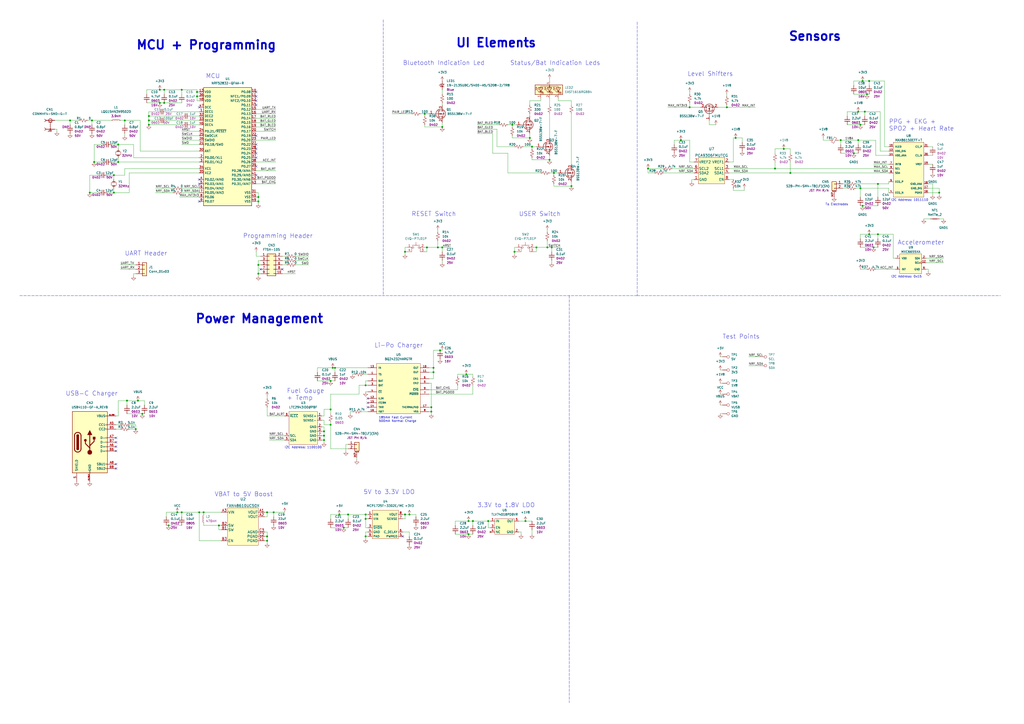
<source format=kicad_sch>
(kicad_sch (version 20211123) (generator eeschema)
  (paper "A2")
  (title_block (title "MAX86141") (date "2022-06-11") (rev "A") (comment 1 "Aaron Nguyen"))
  (junction (at 234.95 298.45))
  (junction (at 506.73 143.51))
  (junction (at 149.86 153.67))
  (junction (at 250.19 238.76))
  (junction (at 149.86 158.75))
  (junction (at 497.84 81.28))
  (junction (at 158.75 297.18))
  (junction (at 271.78 302.26))
  (junction (at 212.09 311.15))
  (junction (at 500.38 46.99))
  (junction (at 509.27 135.89))
  (junction (at 95.25 52.07))
  (junction (at 212.09 300.99))
  (junction (at 320.04 143.51))
  (junction (at 191.77 237.49))
  (junction (at 234.95 146.05))
  (junction (at 196.85 298.45))
  (junction (at 92.71 52.07))
  (junction (at 53.34 69.85))
  (junction (at 78.74 248.92))
  (junction (at 66.04 101.6))
  (junction (at 321.31 100.33))
  (junction (at 256.54 143.51))
  (junction (at 187.96 250.19))
  (junction (at 504.19 46.99))
  (junction (at 400.05 62.23))
  (junction (at 271.78 309.88))
  (junction (at 149.86 114.3))
  (junction (at 247.65 143.51))
  (junction (at 308.61 85.09))
  (junction (at 114.3 53.34))
  (junction (at 509.27 106.68))
  (junction (at 102.87 297.18))
  (junction (at 199.39 306.07))
  (junction (at 82.55 240.03))
  (junction (at 256.54 73.66))
  (junction (at 307.34 80.01))
  (junction (at 255.27 203.2))
  (junction (at 187.96 255.27))
  (junction (at 449.58 97.79))
  (junction (at 274.32 302.26))
  (junction (at 458.47 100.33))
  (junction (at 154.94 297.18))
  (junction (at 501.65 64.77))
  (junction (at 311.15 143.51))
  (junction (at 497.84 64.77))
  (junction (at 193.04 213.36))
  (junction (at 251.46 215.9))
  (junction (at 504.19 135.89))
  (junction (at 317.5 143.51))
  (junction (at 544.83 111.76))
  (junction (at 304.8 302.26))
  (junction (at 66.04 111.76))
  (junction (at 97.79 304.8))
  (junction (at 114.3 55.88))
  (junction (at 283.21 302.26))
  (junction (at 154.94 311.15))
  (junction (at 499.11 72.39))
  (junction (at 421.64 62.23))
  (junction (at 154.94 313.69))
  (junction (at 375.92 97.79))
  (junction (at 127 304.8))
  (junction (at 68.58 83.82))
  (junction (at 149.86 116.84))
  (junction (at 187.96 252.73))
  (junction (at 191.77 220.98))
  (junction (at 500.38 119.38))
  (junction (at 495.3 88.9))
  (junction (at 297.18 72.39))
  (junction (at 86.36 72.39))
  (junction (at 201.93 298.45))
  (junction (at 80.01 232.41))
  (junction (at 237.49 298.45))
  (junction (at 394.97 81.28))
  (junction (at 86.36 67.31))
  (junction (at 115.57 297.18))
  (junction (at 487.68 81.28))
  (junction (at 212.09 298.45))
  (junction (at 212.09 223.52))
  (junction (at 318.77 92.71))
  (junction (at 86.36 69.85))
  (junction (at 68.58 93.98))
  (junction (at 73.66 232.41))
  (junction (at 499.11 109.22))
  (junction (at 191.77 246.38))
  (junction (at 298.45 146.05))
  (junction (at 52.07 111.76))
  (junction (at 251.46 213.36))
  (junction (at 254 143.51))
  (junction (at 246.38 66.04))
  (junction (at 105.41 52.07))
  (junction (at 250.19 236.22))
  (junction (at 40.64 69.85))
  (junction (at 95.25 59.69))
  (junction (at 454.66 86.36))
  (junction (at 331.47 107.95))
  (junction (at 72.39 69.85))
  (junction (at 54.61 93.98))
  (junction (at 105.41 297.18))
  (junction (at 118.11 297.18))
  (junction (at 426.72 80.01))
  (junction (at 502.92 54.61))
  (junction (at 92.71 59.69))
  (junction (at 194.31 213.36))
  (junction (at 270.51 217.17))
  (no_connect (at 67.31 254))
  (no_connect (at 115.57 116.84))
  (no_connect (at 67.31 256.54))
  (no_connect (at 148.59 55.88))
  (no_connect (at 115.57 106.68))
  (no_connect (at 67.31 269.24))
  (no_connect (at 67.31 261.62))
  (no_connect (at 67.31 259.08))
  (no_connect (at 148.59 53.34))
  (no_connect (at 148.59 78.74))
  (no_connect (at 148.59 88.9))
  (no_connect (at 148.59 86.36))
  (no_connect (at 148.59 83.82))
  (no_connect (at 115.57 104.14))
  (no_connect (at 213.36 231.14))
  (no_connect (at 148.59 60.96))
  (no_connect (at 233.68 311.15))
  (no_connect (at 163.83 156.21))
  (no_connect (at 115.57 62.23))
  (no_connect (at 148.59 96.52))
  (no_connect (at 148.59 58.42))
  (no_connect (at 67.31 271.78))
  (no_connect (at 151.13 156.21))
  (no_connect (at 148.59 101.6))
  (no_connect (at 213.36 236.22))
  (no_connect (at 148.59 91.44))
  (no_connect (at 213.36 233.68))
  (wire (pts (xy 297.18 72.39) (xy 297.18 73.66)))
  (wire (pts (xy 73.66 240.03) (xy 82.55 240.03)))
  (wire (pts (xy 53.34 69.85) (xy 64.77 69.85)))
  (wire (pts (xy 154.94 297.18) (xy 158.75 297.18)))
  (wire (pts (xy 246.38 73.66) (xy 256.54 73.66)))
  (wire (pts (xy 298.45 85.09) (xy 288.29 85.09)))
  (wire (pts (xy 509.27 106.68) (xy 515.62 106.68)))
  (wire (pts (xy 538.48 85.09) (xy 541.02 85.09)))
  (wire (pts (xy 53.34 69.85) (xy 53.34 72.39)))
  (wire (pts (xy 72.39 97.79) (xy 115.57 97.79)))
  (wire (pts (xy 96.52 64.77) (xy 115.57 64.77)))
  (wire (pts (xy 311.15 143.51) (xy 311.15 146.05)))
  (wire (pts (xy 66.04 101.6) (xy 66.04 104.14)))
  (wire (pts (xy 318.77 100.33) (xy 321.31 100.33)))
  (wire (pts (xy 271.78 309.88) (xy 274.32 309.88)))
  (wire (pts (xy 264.16 304.8) (xy 264.16 302.26)))
  (wire (pts (xy 243.84 66.04) (xy 246.38 66.04)))
  (wire (pts (xy 148.59 73.66) (xy 160.02 73.66)))
  (wire (pts (xy 400.05 59.69) (xy 400.05 62.23)))
  (wire (pts (xy 248.92 236.22) (xy 250.19 236.22)))
  (wire (pts (xy 434.34 212.09) (xy 440.69 212.09)))
  (wire (pts (xy 50.8 69.85) (xy 53.34 69.85)))
  (wire (pts (xy 212.09 298.45) (xy 212.09 300.99)))
  (wire (pts (xy 321.31 106.68) (xy 321.31 107.95)))
  (wire (pts (xy 149.86 153.67) (xy 151.13 153.67)))
  (wire (pts (xy 241.3 298.45) (xy 241.3 299.72)))
  (wire (pts (xy 212.09 312.42) (xy 212.09 311.15)))
  (wire (pts (xy 57.15 101.6) (xy 52.07 101.6)))
  (wire (pts (xy 504.19 46.99) (xy 504.19 49.53)))
  (wire (pts (xy 394.97 81.28) (xy 391.16 81.28)))
  (wire (pts (xy 317.5 139.7) (xy 317.5 143.51)))
  (wire (pts (xy 187.96 237.49) (xy 191.77 237.49)))
  (wire (pts (xy 509.27 135.89) (xy 518.16 135.89)))
  (wire (pts (xy 69.85 69.85) (xy 72.39 69.85)))
  (wire (pts (xy 227.33 66.04) (xy 238.76 66.04)))
  (wire (pts (xy 248.92 215.9) (xy 251.46 215.9)))
  (polyline (pts (xy 369.57 12.7) (xy 369.57 171.45)))
  (wire (pts (xy 40.64 69.85) (xy 45.72 69.85)))
  (wire (pts (xy 318.77 92.71) (xy 318.77 90.17)))
  (wire (pts (xy 307.34 77.47) (xy 307.34 80.01)))
  (wire (pts (xy 499.11 156.21) (xy 502.92 156.21)))
  (wire (pts (xy 449.58 97.79) (xy 515.62 97.79)))
  (wire (pts (xy 66.04 111.76) (xy 74.93 111.76)))
  (wire (pts (xy 394.97 81.28) (xy 400.05 81.28)))
  (wire (pts (xy 148.59 76.2) (xy 160.02 76.2)))
  (polyline (pts (xy 330.2 171.45) (xy 330.2 200.66)))
  (wire (pts (xy 149.86 158.75) (xy 151.13 158.75)))
  (wire (pts (xy 72.39 69.85) (xy 72.39 72.39)))
  (wire (pts (xy 400.05 93.98) (xy 402.59 93.98)))
  (wire (pts (xy 153.67 308.61) (xy 154.94 308.61)))
  (wire (pts (xy 54.61 83.82) (xy 54.61 93.98)))
  (wire (pts (xy 234.95 146.05) (xy 234.95 147.32)))
  (wire (pts (xy 400.05 81.28) (xy 400.05 93.98)))
  (wire (pts (xy 495.3 46.99) (xy 500.38 46.99)))
  (wire (pts (xy 297.18 78.74) (xy 297.18 80.01)))
  (wire (pts (xy 509.27 114.3) (xy 509.27 106.68)))
  (wire (pts (xy 115.57 313.69) (xy 115.57 297.18)))
  (wire (pts (xy 91.44 64.77) (xy 86.36 64.77)))
  (wire (pts (xy 265.43 218.44) (xy 265.43 217.17)))
  (wire (pts (xy 486.41 81.28) (xy 487.68 81.28)))
  (wire (pts (xy 458.47 86.36) (xy 458.47 88.9)))
  (wire (pts (xy 417.83 207.01) (xy 419.1 207.01)))
  (wire (pts (xy 508 156.21) (xy 519.43 156.21)))
  (wire (pts (xy 191.77 298.45) (xy 196.85 298.45)))
  (wire (pts (xy 92.71 52.07) (xy 95.25 52.07)))
  (wire (pts (xy 308.61 85.09) (xy 311.15 85.09)))
  (wire (pts (xy 458.47 100.33) (xy 458.47 93.98)))
  (wire (pts (xy 187.96 241.3) (xy 187.96 237.49)))
  (wire (pts (xy 73.66 232.41) (xy 80.01 232.41)))
  (wire (pts (xy 105.41 111.76) (xy 115.57 111.76)))
  (wire (pts (xy 158.75 297.18) (xy 158.75 299.72)))
  (wire (pts (xy 114.3 53.34) (xy 114.3 55.88)))
  (wire (pts (xy 212.09 223.52) (xy 208.28 223.52)))
  (wire (pts (xy 77.47 83.82) (xy 77.47 91.44)))
  (wire (pts (xy 115.57 297.18) (xy 118.11 297.18)))
  (wire (pts (xy 434.34 207.01) (xy 440.69 207.01)))
  (wire (pts (xy 497.84 81.28) (xy 497.84 83.82)))
  (wire (pts (xy 251.46 213.36) (xy 251.46 215.9)))
  (wire (pts (xy 321.31 100.33) (xy 323.85 100.33)))
  (wire (pts (xy 209.55 238.76) (xy 213.36 238.76)))
  (wire (pts (xy 308.61 92.71) (xy 318.77 92.71)))
  (wire (pts (xy 77.47 158.75) (xy 78.74 158.75)))
  (wire (pts (xy 254 143.51) (xy 256.54 143.51)))
  (wire (pts (xy 92.71 59.69) (xy 95.25 59.69)))
  (wire (pts (xy 97.79 304.8) (xy 105.41 304.8)))
  (wire (pts (xy 401.32 104.14) (xy 401.32 105.41)))
  (wire (pts (xy 77.47 160.02) (xy 77.47 158.75)))
  (wire (pts (xy 212.09 311.15) (xy 213.36 311.15)))
  (wire (pts (xy 422.91 100.33) (xy 458.47 100.33)))
  (wire (pts (xy 105.41 297.18) (xy 105.41 299.72)))
  (wire (pts (xy 114.3 55.88) (xy 115.57 55.88)))
  (wire (pts (xy 153.67 311.15) (xy 154.94 311.15)))
  (wire (pts (xy 85.09 59.69) (xy 92.71 59.69)))
  (wire (pts (xy 318.77 57.15) (xy 318.77 60.96)))
  (wire (pts (xy 449.58 97.79) (xy 449.58 93.98)))
  (wire (pts (xy 502.92 54.61) (xy 504.19 54.61)))
  (wire (pts (xy 425.45 110.49) (xy 431.8 110.49)))
  (wire (pts (xy 196.85 298.45) (xy 201.93 298.45)))
  (wire (pts (xy 201.93 257.81) (xy 200.66 257.81)))
  (wire (pts (xy 191.77 246.38) (xy 191.77 260.35)))
  (wire (pts (xy 311.15 143.51) (xy 317.5 143.51)))
  (wire (pts (xy 254 133.35) (xy 254 134.62)))
  (wire (pts (xy 148.59 81.28) (xy 160.02 81.28)))
  (wire (pts (xy 518.16 135.89) (xy 518.16 149.86)))
  (wire (pts (xy 234.95 300.99) (xy 234.95 298.45)))
  (wire (pts (xy 535.94 127) (xy 539.75 127)))
  (wire (pts (xy 186.69 255.27) (xy 187.96 255.27)))
  (wire (pts (xy 191.77 245.11) (xy 191.77 246.38)))
  (wire (pts (xy 191.77 237.49) (xy 191.77 240.03)))
  (wire (pts (xy 233.68 308.61) (xy 237.49 308.61)))
  (wire (pts (xy 499.11 119.38) (xy 500.38 119.38)))
  (wire (pts (xy 307.34 58.42) (xy 313.69 58.42)))
  (wire (pts (xy 187.96 246.38) (xy 191.77 246.38)))
  (wire (pts (xy 499.11 109.22) (xy 515.62 109.22)))
  (wire (pts (xy 105.41 52.07) (xy 114.3 52.07)))
  (wire (pts (xy 375.92 100.33) (xy 375.92 97.79)))
  (wire (pts (xy 153.67 313.69) (xy 154.94 313.69)))
  (wire (pts (xy 148.59 114.3) (xy 149.86 114.3)))
  (wire (pts (xy 491.49 67.31) (xy 491.49 64.77)))
  (wire (pts (xy 422.91 97.79) (xy 449.58 97.79)))
  (wire (pts (xy 384.81 100.33) (xy 402.59 100.33)))
  (wire (pts (xy 67.31 241.3) (xy 68.58 241.3)))
  (wire (pts (xy 458.47 100.33) (xy 515.62 100.33)))
  (wire (pts (xy 234.95 298.45) (xy 237.49 298.45)))
  (wire (pts (xy 422.91 93.98) (xy 425.45 93.98)))
  (wire (pts (xy 237.49 308.61) (xy 237.49 311.15)))
  (wire (pts (xy 513.08 46.99) (xy 513.08 85.09)))
  (wire (pts (xy 212.09 220.98) (xy 212.09 223.52)))
  (wire (pts (xy 184.15 220.98) (xy 191.77 220.98)))
  (wire (pts (xy 105.41 83.82) (xy 115.57 83.82)))
  (wire (pts (xy 154.94 313.69) (xy 154.94 314.96)))
  (wire (pts (xy 95.25 52.07) (xy 95.25 54.61)))
  (wire (pts (xy 148.59 68.58) (xy 160.02 68.58)))
  (wire (pts (xy 544.83 111.76) (xy 544.83 113.03)))
  (wire (pts (xy 499.11 138.43) (xy 499.11 135.89)))
  (wire (pts (xy 510.54 87.63) (xy 515.62 87.63)))
  (wire (pts (xy 248.92 238.76) (xy 250.19 238.76)))
  (wire (pts (xy 148.59 104.14) (xy 160.02 104.14)))
  (wire (pts (xy 148.59 146.05) (xy 148.59 148.59)))
  (wire (pts (xy 497.84 64.77) (xy 501.65 64.77)))
  (wire (pts (xy 411.48 69.85) (xy 411.48 72.39)))
  (wire (pts (xy 254 139.7) (xy 254 143.51)))
  (wire (pts (xy 274.32 302.26) (xy 283.21 302.26)))
  (wire (pts (xy 317.5 133.35) (xy 317.5 134.62)))
  (wire (pts (xy 95.25 59.69) (xy 105.41 59.69)))
  (wire (pts (xy 504.19 46.99) (xy 513.08 46.99)))
  (wire (pts (xy 72.39 101.6) (xy 72.39 97.79)))
  (wire (pts (xy 156.21 252.73) (xy 165.1 252.73)))
  (wire (pts (xy 236.22 143.51) (xy 234.95 143.51)))
  (wire (pts (xy 425.45 104.14) (xy 422.91 104.14)))
  (wire (pts (xy 83.82 232.41) (xy 83.82 234.95)))
  (wire (pts (xy 283.21 306.07) (xy 283.21 302.26)))
  (wire (pts (xy 248.92 213.36) (xy 251.46 213.36)))
  (wire (pts (xy 274.32 217.17) (xy 274.32 218.44)))
  (wire (pts (xy 62.23 111.76) (xy 66.04 111.76)))
  (wire (pts (xy 284.48 306.07) (xy 283.21 306.07)))
  (wire (pts (xy 320.04 143.51) (xy 320.04 146.05)))
  (wire (pts (xy 72.39 77.47) (xy 72.39 78.74)))
  (wire (pts (xy 154.94 311.15) (xy 154.94 313.69)))
  (wire (pts (xy 288.29 74.93) (xy 276.86 74.93)))
  (wire (pts (xy 67.31 246.38) (xy 69.85 246.38)))
  (wire (pts (xy 421.64 54.61) (xy 421.64 55.88)))
  (polyline (pts (xy 330.2 200.66) (xy 330.2 407.67)))
  (wire (pts (xy 105.41 81.28) (xy 115.57 81.28)))
  (wire (pts (xy 52.07 101.6) (xy 52.07 111.76)))
  (wire (pts (xy 544.83 109.22) (xy 544.83 111.76)))
  (wire (pts (xy 72.39 69.85) (xy 81.28 69.85)))
  (wire (pts (xy 86.36 69.85) (xy 86.36 72.39)))
  (wire (pts (xy 80.01 232.41) (xy 83.82 232.41)))
  (wire (pts (xy 297.18 72.39) (xy 299.72 72.39)))
  (wire (pts (xy 488.95 106.68) (xy 491.49 106.68)))
  (wire (pts (xy 250.19 236.22) (xy 250.19 238.76)))
  (wire (pts (xy 298.45 143.51) (xy 298.45 146.05)))
  (wire (pts (xy 66.04 111.76) (xy 66.04 109.22)))
  (wire (pts (xy 256.54 143.51) (xy 261.62 143.51)))
  (wire (pts (xy 499.11 109.22) (xy 496.57 109.22)))
  (wire (pts (xy 274.32 302.26) (xy 274.32 304.8)))
  (wire (pts (xy 323.85 58.42) (xy 331.47 58.42)))
  (wire (pts (xy 506.73 95.25) (xy 515.62 95.25)))
  (wire (pts (xy 417.83 228.6) (xy 419.1 228.6)))
  (wire (pts (xy 68.58 232.41) (xy 73.66 232.41)))
  (wire (pts (xy 416.56 62.23) (xy 421.64 62.23)))
  (wire (pts (xy 477.52 81.28) (xy 481.33 81.28)))
  (wire (pts (xy 110.49 72.39) (xy 115.57 72.39)))
  (wire (pts (xy 64.77 83.82) (xy 68.58 83.82)))
  (wire (pts (xy 425.45 80.01) (xy 425.45 93.98)))
  (wire (pts (xy 331.47 66.04) (xy 331.47 95.25)))
  (wire (pts (xy 148.59 66.04) (xy 160.02 66.04)))
  (wire (pts (xy 509.27 135.89) (xy 509.27 138.43)))
  (wire (pts (xy 256.54 71.12) (xy 256.54 73.66)))
  (wire (pts (xy 264.16 302.26) (xy 271.78 302.26)))
  (wire (pts (xy 199.39 306.07) (xy 201.93 306.07)))
  (wire (pts (xy 102.87 297.18) (xy 105.41 297.18)))
  (wire (pts (xy 417.83 240.03) (xy 419.1 240.03)))
  (wire (pts (xy 544.83 127) (xy 547.37 127)))
  (wire (pts (xy 246.38 72.39) (xy 246.38 73.66)))
  (wire (pts (xy 506.73 143.51) (xy 509.27 143.51)))
  (wire (pts (xy 149.86 153.67) (xy 149.86 158.75)))
  (wire (pts (xy 212.09 300.99) (xy 213.36 300.99)))
  (wire (pts (xy 68.58 83.82) (xy 68.58 86.36)))
  (wire (pts (xy 400.05 62.23) (xy 406.4 62.23)))
  (wire (pts (xy 118.11 304.8) (xy 118.11 303.53)))
  (wire (pts (xy 90.17 109.22) (xy 100.33 109.22)))
  (wire (pts (xy 151.13 151.13) (xy 149.86 151.13)))
  (wire (pts (xy 74.93 248.92) (xy 78.74 248.92)))
  (wire (pts (xy 389.89 97.79) (xy 402.59 97.79)))
  (wire (pts (xy 128.27 313.69) (xy 115.57 313.69)))
  (wire (pts (xy 237.49 298.45) (xy 241.3 298.45)))
  (polyline (pts (xy 369.57 171.45) (xy 580.39 171.45)))
  (wire (pts (xy 477.52 80.01) (xy 477.52 81.28)))
  (wire (pts (xy 212.09 298.45) (xy 213.36 298.45)))
  (wire (pts (xy 250.19 222.25) (xy 250.19 236.22)))
  (wire (pts (xy 425.45 80.01) (xy 426.72 80.01)))
  (wire (pts (xy 313.69 57.15) (xy 313.69 58.42)))
  (wire (pts (xy 499.11 135.89) (xy 504.19 135.89)))
  (wire (pts (xy 154.94 229.87) (xy 154.94 231.14)))
  (wire (pts (xy 309.88 143.51) (xy 311.15 143.51)))
  (wire (pts (xy 308.61 307.34) (xy 308.61 309.88)))
  (wire (pts (xy 320.04 143.51) (xy 325.12 143.51)))
  (wire (pts (xy 68.58 93.98) (xy 115.57 93.98)))
  (wire (pts (xy 186.69 241.3) (xy 187.96 241.3)))
  (wire (pts (xy 454.66 86.36) (xy 458.47 86.36)))
  (wire (pts (xy 288.29 85.09) (xy 288.29 74.93)))
  (wire (pts (xy 234.95 143.51) (xy 234.95 146.05)))
  (wire (pts (xy 187.96 243.84) (xy 187.96 246.38)))
  (wire (pts (xy 212.09 311.15) (xy 212.09 308.61)))
  (wire (pts (xy 537.21 149.86) (xy 547.37 149.86)))
  (wire (pts (xy 148.59 71.12) (xy 160.02 71.12)))
  (wire (pts (xy 251.46 215.9) (xy 251.46 219.71)))
  (wire (pts (xy 74.93 111.76) (xy 74.93 100.33)))
  (wire (pts (xy 508 81.28) (xy 508 90.17)))
  (wire (pts (xy 114.3 52.07) (xy 114.3 53.34)))
  (wire (pts (xy 184.15 215.9) (xy 184.15 213.36)))
  (wire (pts (xy 96.52 299.72) (xy 96.52 297.18)))
  (wire (pts (xy 156.21 255.27) (xy 165.1 255.27)))
  (wire (pts (xy 256.54 151.13) (xy 256.54 152.4)))
  (wire (pts (xy 153.67 299.72) (xy 154.94 299.72)))
  (wire (pts (xy 430.53 82.55) (xy 430.53 80.01)))
  (wire (pts (xy 233.68 300.99) (xy 234.95 300.99)))
  (wire (pts (xy 95.25 52.07) (xy 105.41 52.07)))
  (wire (pts (xy 77.47 91.44) (xy 115.57 91.44)))
  (wire (pts (xy 149.86 158.75) (xy 149.86 160.02)))
  (wire (pts (xy 294.64 88.9) (xy 285.75 88.9)))
  (wire (pts (xy 86.36 72.39) (xy 105.41 72.39)))
  (wire (pts (xy 495.3 49.53) (xy 495.3 46.99)))
  (wire (pts (xy 500.38 119.38) (xy 509.27 119.38)))
  (wire (pts (xy 105.41 76.2) (xy 115.57 76.2)))
  (wire (pts (xy 411.48 72.39) (xy 415.29 72.39)))
  (wire (pts (xy 246.38 66.04) (xy 248.92 66.04)))
  (wire (pts (xy 499.11 72.39) (xy 501.65 72.39)))
  (wire (pts (xy 425.45 109.22) (xy 425.45 110.49)))
  (wire (pts (xy 148.59 148.59) (xy 151.13 148.59)))
  (wire (pts (xy 501.65 64.77) (xy 501.65 67.31)))
  (wire (pts (xy 69.85 156.21) (xy 78.74 156.21)))
  (wire (pts (xy 247.65 143.51) (xy 247.65 146.05)))
  (wire (pts (xy 246.38 143.51) (xy 247.65 143.51)))
  (wire (pts (xy 323.85 57.15) (xy 323.85 58.42)))
  (wire (pts (xy 203.2 240.03) (xy 203.2 238.76)))
  (wire (pts (xy 118.11 297.18) (xy 128.27 297.18)))
  (wire (pts (xy 504.19 135.89) (xy 509.27 135.89)))
  (wire (pts (xy 187.96 255.27) (xy 187.96 256.54)))
  (wire (pts (xy 31.75 74.93) (xy 33.02 74.93)))
  (wire (pts (xy 508 90.17) (xy 515.62 90.17)))
  (wire (pts (xy 74.93 246.38) (xy 78.74 246.38)))
  (wire (pts (xy 96.52 69.85) (xy 115.57 69.85)))
  (wire (pts (xy 541.02 106.68) (xy 541.02 113.03)))
  (wire (pts (xy 379.73 100.33) (xy 375.92 100.33)))
  (wire (pts (xy 302.26 308.61) (xy 302.26 309.88)))
  (wire (pts (xy 149.86 111.76) (xy 149.86 114.3)))
  (wire (pts (xy 256.54 52.07) (xy 256.54 54.61)))
  (wire (pts (xy 194.31 213.36) (xy 213.36 213.36)))
  (wire (pts (xy 64.77 93.98) (xy 68.58 93.98)))
  (wire (pts (xy 285.75 88.9) (xy 285.75 77.47)))
  (wire (pts (xy 331.47 105.41) (xy 331.47 107.95)))
  (wire (pts (xy 307.34 66.04) (xy 307.34 67.31)))
  (wire (pts (xy 499.11 143.51) (xy 506.73 143.51)))
  (wire (pts (xy 69.85 153.67) (xy 78.74 153.67)))
  (wire (pts (xy 294.64 100.33) (xy 294.64 88.9)))
  (wire (pts (xy 276.86 72.39) (xy 289.56 72.39)))
  (wire (pts (xy 497.84 81.28) (xy 508 81.28)))
  (wire (pts (xy 163.83 153.67) (xy 166.37 153.67)))
  (wire (pts (xy 233.68 298.45) (xy 234.95 298.45)))
  (wire (pts (xy 187.96 252.73) (xy 187.96 255.27)))
  (wire (pts (xy 66.04 101.6) (xy 72.39 101.6)))
  (wire (pts (xy 213.36 306.07) (xy 212.09 306.07)))
  (wire (pts (xy 104.14 114.3) (xy 115.57 114.3)))
  (wire (pts (xy 518.16 149.86) (xy 519.43 149.86)))
  (wire (pts (xy 78.74 246.38) (xy 78.74 248.92)))
  (wire (pts (xy 90.17 111.76) (xy 100.33 111.76)))
  (wire (pts (xy 487.68 81.28) (xy 497.84 81.28)))
  (wire (pts (xy 500.38 46.99) (xy 504.19 46.99)))
  (wire (pts (xy 86.36 64.77) (xy 86.36 67.31)))
  (wire (pts (xy 154.94 241.3) (xy 165.1 241.3)))
  (wire (pts (xy 187.96 247.65) (xy 187.96 250.19)))
  (wire (pts (xy 247.65 146.05) (xy 246.38 146.05)))
  (wire (pts (xy 304.8 302.26) (xy 308.61 302.26)))
  (wire (pts (xy 85.09 52.07) (xy 92.71 52.07)))
  (wire (pts (xy 538.48 106.68) (xy 541.02 106.68)))
  (wire (pts (xy 274.32 228.6) (xy 274.32 223.52)))
  (wire (pts (xy 308.61 91.44) (xy 308.61 92.71)))
  (wire (pts (xy 158.75 297.18) (xy 165.1 297.18)))
  (wire (pts (xy 417.83 222.25) (xy 419.1 222.25)))
  (wire (pts (xy 85.09 54.61) (xy 85.09 52.07)))
  (wire (pts (xy 163.83 158.75) (xy 171.45 158.75)))
  (wire (pts (xy 298.45 146.05) (xy 299.72 146.05)))
  (wire (pts (xy 317.5 143.51) (xy 320.04 143.51)))
  (wire (pts (xy 154.94 297.18) (xy 154.94 299.72)))
  (wire (pts (xy 311.15 146.05) (xy 309.88 146.05)))
  (wire (pts (xy 538.48 111.76) (xy 544.83 111.76)))
  (wire (pts (xy 303.53 85.09) (xy 308.61 85.09)))
  (wire (pts (xy 105.41 67.31) (xy 86.36 67.31)))
  (wire (pts (xy 193.04 213.36) (xy 194.31 213.36)))
  (wire (pts (xy 320.04 151.13) (xy 320.04 152.4)))
  (wire (pts (xy 194.31 213.36) (xy 194.31 215.9)))
  (wire (pts (xy 308.61 85.09) (xy 308.61 86.36)))
  (wire (pts (xy 191.77 220.98) (xy 194.31 220.98)))
  (wire (pts (xy 271.78 302.26) (xy 274.32 302.26)))
  (wire (pts (xy 200.66 257.81) (xy 200.66 261.62)))
  (wire (pts (xy 256.54 59.69) (xy 256.54 60.96)))
  (wire (pts (xy 114.3 53.34) (xy 115.57 53.34)))
  (wire (pts (xy 538.48 109.22) (xy 544.83 109.22)))
  (wire (pts (xy 331.47 58.42) (xy 331.47 60.96)))
  (wire (pts (xy 265.43 217.17) (xy 270.51 217.17)))
  (wire (pts (xy 212.09 308.61) (xy 213.36 308.61)))
  (wire (pts (xy 81.28 87.63) (xy 115.57 87.63)))
  (wire (pts (xy 234.95 146.05) (xy 236.22 146.05)))
  (wire (pts (xy 191.77 228.6) (xy 191.77 237.49)))
  (wire (pts (xy 114.3 55.88) (xy 114.3 58.42)))
  (wire (pts (xy 62.23 101.6) (xy 66.04 101.6)))
  (wire (pts (xy 255.27 203.2) (xy 256.54 203.2)))
  (wire (pts (xy 515.62 106.68) (xy 515.62 105.41)))
  (wire (pts (xy 86.36 67.31) (xy 86.36 69.85)))
  (wire (pts (xy 149.86 116.84) (xy 149.86 118.11)))
  (wire (pts (xy 248.92 228.6) (xy 274.32 228.6)))
  (wire (pts (xy 186.69 247.65) (xy 187.96 247.65)))
  (wire (pts (xy 204.47 217.17) (xy 205.74 217.17)))
  (wire (pts (xy 247.65 143.51) (xy 254 143.51)))
  (wire (pts (xy 187.96 250.19) (xy 187.96 252.73)))
  (wire (pts (xy 207.01 265.43) (xy 207.01 266.7)))
  (wire (pts (xy 538.48 90.17) (xy 541.02 90.17)))
  (wire (pts (xy 201.93 298.45) (xy 212.09 298.45)))
  (wire (pts (xy 248.92 222.25) (xy 250.19 222.25)))
  (wire (pts (xy 171.45 148.59) (xy 179.07 148.59)))
  (wire (pts (xy 300.99 302.26) (xy 304.8 302.26)))
  (wire (pts (xy 118.11 304.8) (xy 127 304.8)))
  (wire (pts (xy 68.58 241.3) (xy 68.58 232.41)))
  (wire (pts (xy 73.66 232.41) (xy 73.66 234.95)))
  (wire (pts (xy 276.86 77.47) (xy 285.75 77.47)))
  (wire (pts (xy 148.59 106.68) (xy 160.02 106.68)))
  (wire (pts (xy 81.28 69.85) (xy 81.28 87.63)))
  (wire (pts (xy 59.69 83.82) (xy 54.61 83.82)))
  (wire (pts (xy 321.31 107.95) (xy 331.47 107.95)))
  (wire (pts (xy 538.48 156.21) (xy 538.48 157.48)))
  (wire (pts (xy 208.28 228.6) (xy 191.77 228.6)))
  (wire (pts (xy 128.27 307.34) (xy 127 307.34)))
  (wire (pts (xy 171.45 151.13) (xy 179.07 151.13)))
  (wire (pts (xy 510.54 64.77) (xy 510.54 87.63)))
  (wire (pts (xy 148.59 93.98) (xy 160.02 93.98)))
  (wire (pts (xy 105.41 78.74) (xy 115.57 78.74)))
  (wire (pts (xy 96.52 297.18) (xy 102.87 297.18)))
  (wire (pts (xy 487.68 88.9) (xy 495.3 88.9)))
  (wire (pts (xy 68.58 83.82) (xy 77.47 83.82)))
  (wire (pts (xy 300.99 308.61) (xy 302.26 308.61)))
  (wire (pts (xy 186.69 250.19) (xy 187.96 250.19)))
  (wire (pts (xy 421.64 62.23) (xy 438.15 62.23)))
  (wire (pts (xy 31.75 69.85) (xy 40.64 69.85)))
  (wire (pts (xy 54.61 93.98) (xy 59.69 93.98)))
  (wire (pts (xy 114.3 58.42) (xy 115.57 58.42)))
  (wire (pts (xy 213.36 223.52) (xy 212.09 223.52)))
  (wire (pts (xy 491.49 64.77) (xy 497.84 64.77)))
  (wire (pts (xy 509.27 106.68) (xy 496.57 106.68)))
  (wire (pts (xy 148.59 116.84) (xy 149.86 116.84)))
  (polyline (pts (xy 11.43 171.45) (xy 222.25 171.45)))
  (wire (pts (xy 149.86 114.3) (xy 149.86 116.84)))
  (wire (pts (xy 248.92 219.71) (xy 251.46 219.71)))
  (wire (pts (xy 537.21 156.21) (xy 538.48 156.21)))
  (wire (pts (xy 431.8 109.22) (xy 431.8 110.49)))
  (polyline (pts (xy 222.25 11.43) (xy 222.25 171.45)))
  (wire (pts (xy 283.21 302.26) (xy 284.48 302.26)))
  (wire (pts (xy 171.45 153.67) (xy 179.07 153.67)))
  (wire (pts (xy 212.09 306.07) (xy 212.09 300.99)))
  (wire (pts (xy 67.31 248.92) (xy 69.85 248.92)))
  (wire (pts (xy 127 304.8) (xy 128.27 304.8)))
  (wire (pts (xy 203.2 238.76) (xy 204.47 238.76)))
  (wire (pts (xy 163.83 151.13) (xy 166.37 151.13)))
  (wire (pts (xy 154.94 236.22) (xy 154.94 241.3)))
  (wire (pts (xy 105.41 54.61) (xy 105.41 52.07)))
  (wire (pts (xy 318.77 45.72) (xy 318.77 46.99)))
  (wire (pts (xy 105.41 109.22) (xy 115.57 109.22)))
  (wire (pts (xy 495.3 88.9) (xy 497.84 88.9)))
  (wire (pts (xy 74.93 100.33) (xy 115.57 100.33)))
  (wire (pts (xy 449.58 86.36) (xy 454.66 86.36)))
  (wire (pts (xy 417.83 214.63) (xy 419.1 214.63)))
  (wire (pts (xy 265.43 223.52) (xy 265.43 226.06)))
  (wire (pts (xy 449.58 88.9) (xy 449.58 86.36)))
  (wire (pts (xy 153.67 297.18) (xy 154.94 297.18)))
  (wire (pts (xy 149.86 151.13) (xy 149.86 153.67)))
  (wire (pts (xy 375.92 97.79) (xy 384.81 97.79)))
  (wire (pts (xy 213.36 220.98) (xy 212.09 220.98)))
  (wire (pts (xy 163.83 148.59) (xy 166.37 148.59)))
  (wire (pts (xy 318.77 66.04) (xy 318.77 80.01)))
  (wire (pts (xy 307.34 60.96) (xy 307.34 58.42)))
  (wire (pts (xy 110.49 67.31) (xy 115.57 67.31)))
  (wire (pts (xy 82.55 240.03) (xy 83.82 240.03)))
  (wire (pts (xy 251.46 203.2) (xy 255.27 203.2)))
  (wire (pts (xy 417.83 234.95) (xy 419.1 234.95)))
  (wire (pts (xy 191.77 306.07) (xy 199.39 306.07)))
  (wire (pts (xy 148.59 111.76) (xy 149.86 111.76)))
  (wire (pts (xy 212.09 227.33) (xy 213.36 227.33)))
  (wire (pts (xy 201.93 298.45) (xy 201.93 300.99)))
  (wire (pts (xy 391.16 83.82) (xy 391.16 81.28)))
  (wire (pts (xy 402.59 104.14) (xy 401.32 104.14)))
  (wire (pts (xy 186.69 243.84) (xy 187.96 243.84)))
  (wire (pts (xy 495.3 54.61) (xy 502.92 54.61)))
  (polyline (pts (xy 369.57 171.45) (xy 222.25 171.45)))
  (wire (pts (xy 191.77 260.35) (xy 201.93 260.35)))
  (wire (pts (xy 426.72 80.01) (xy 430.53 80.01)))
  (wire (pts (xy 264.16 309.88) (xy 271.78 309.88)))
  (wire (pts (xy 421.64 62.23) (xy 421.64 60.96)))
  (wire (pts (xy 499.11 114.3) (xy 499.11 109.22)))
  (wire (pts (xy 294.64 100.33) (xy 313.69 100.33)))
  (wire (pts (xy 127 304.8) (xy 127 307.34)))
  (wire (pts (xy 210.82 217.17) (xy 213.36 217.17)))
  (wire (pts (xy 256.54 143.51) (xy 256.54 146.05)))
  (wire (pts (xy 501.65 64.77) (xy 510.54 64.77)))
  (wire (pts (xy 148.59 63.5) (xy 160.02 63.5)))
  (wire (pts (xy 148.59 99.06) (xy 160.02 99.06)))
  (wire (pts (xy 513.08 85.09) (xy 515.62 85.09)))
  (wire (pts (xy 299.72 143.51) (xy 298.45 143.51)))
  (wire (pts (xy 321.31 100.33) (xy 321.31 101.6)))
  (wire (pts (xy 251.46 213.36) (xy 251.46 203.2)))
  (wire (pts (xy 33.02 74.93) (xy 33.02 76.2)))
  (wire (pts (xy 52.07 111.76) (xy 57.15 111.76)))
  (wire (pts (xy 154.94 308.61) (xy 154.94 311.15)))
  (wire (pts (xy 184.15 213.36) (xy 193.04 213.36)))
  (wire (pts (xy 118.11 297.18) (xy 118.11 298.45)))
  (wire (pts (xy 250.19 238.76) (xy 250.19 240.03)))
  (wire (pts (xy 191.77 300.99) (xy 191.77 298.45)))
  (wire (pts (xy 105.41 297.18) (xy 115.57 297.18)))
  (wire (pts (xy 68.58 93.98) (xy 68.58 91.44)))
  (wire (pts (xy 387.35 62.23) (xy 400.05 62.23)))
  (wire (pts (xy 270.51 217.17) (xy 274.32 217.17)))
  (wire (pts (xy 487.68 81.28) (xy 487.68 83.82)))
  (wire (pts (xy 538.48 95.25) (xy 541.02 95.25)))
  (wire (pts (xy 515.62 109.22) (xy 515.62 111.76)))
  (wire (pts (xy 208.28 223.52) (xy 208.28 228.6)))
  (wire (pts (xy 297.18 80.01) (xy 307.34 80.01)))
  (wire (pts (xy 248.92 226.06) (xy 265.43 226.06)))
  (wire (pts (xy 400.05 53.34) (xy 400.05 54.61)))
  (wire (pts (xy 298.45 146.05) (xy 298.45 147.32)))
  (wire (pts (xy 96.52 304.8) (xy 97.79 304.8)))
  (wire (pts (xy 294.64 72.39) (xy 297.18 72.39)))
  (wire (pts (xy 488.95 109.22) (xy 491.49 109.22)))
  (wire (pts (xy 491.49 72.39) (xy 499.11 72.39)))
  (wire (pts (xy 40.64 72.39) (xy 40.64 69.85)))
  (wire (pts (xy 91.44 69.85) (xy 86.36 69.85)))
  (wire (pts (xy 186.69 252.73) (xy 187.96 252.73)))
  (wire (pts (xy 537.21 152.4) (xy 547.37 152.4)))
  (wire (pts (xy 246.38 66.04) (xy 246.38 67.31)))
  (text "VBAT to 5V Boost" (at 124.46 288.29 0) (effects (font (size 2.54 2.54)) (justify left bottom)))
  (text "To Electrodes" (at 478.79 119.38 0) (effects (font (size 1.27 1.27)) (justify left bottom)))
  (text "PPG + EKG + \nSPO2 + Heart Rate" (at 515.62 76.2 0) (effects (font (size 2.54 2.54)) (justify left bottom)))
  (text "Fuel Gauge \n+ Temp" (at 166.37 232.41 0) (effects (font (size 2.54 2.54)) (justify left bottom)))
  (text "Level Shifters" (at 398.78 44.45 0) (effects (font (size 2.54 2.54)) (justify left bottom)))
  (text "185mA Fast Current\n500mA Normal Charge" (at 219.71 245.11 0) (effects (font (size 1.27 1.27)) (justify left bottom)))
  (text "3.3V to 1.8V LDO" (at 276.86 294.64 0) (effects (font (size 2.54 2.54)) (justify left bottom)))
  (text "UART Header" (at 72.39 148.59 0) (effects (font (size 2.54 2.54)) (justify left bottom)))
  (text "USB-C Charger" (at 38.1 229.87 0) (effects (font (size 2.54 2.54)) (justify left bottom)))
  (text "Test Points" (at 419.1 196.85 0) (effects (font (size 2.54 2.54)) (justify left bottom)))
  (text "Li-Po Charger" (at 217.17 201.93 0) (effects (font (size 2.54 2.54)) (justify left bottom)))
  (text "UI Elements" (at 264.16 27.94 0) (effects (font (size 5.08 5.08) (thickness 1.016) bold) (justify left bottom)))
  (text "5V to 3.3V LDO" (at 210.82 287.02 0) (effects (font (size 2.54 2.54)) (justify left bottom)))
  (text "MCU + Programming" (at 78.74 29.21 0) (effects (font (size 5.08 5.08) (thickness 1.016) bold) (justify left bottom)))
  (text "I2C Address: 1100100" (at 165.1 260.35 0) (effects (font (size 1.27 1.27)) (justify left bottom)))
  (text "Power Management" (at 113.03 187.96 0) (effects (font (size 5.08 5.08) (thickness 1.016) bold) (justify left bottom)))
  (text "I2C Address: 0x15" (at 516.89 161.29 0) (effects (font (size 1.27 1.27)) (justify left bottom)))
  (text "I2C Address: 1011110" (at 516.89 116.84 0) (effects (font (size 1.27 1.27)) (justify left bottom)))
  (text "Programming Header" (at 140.97 138.43 0) (effects (font (size 2.54 2.54)) (justify left bottom)))
  (text "Sensors" (at 457.2 24.13 0) (effects (font (size 5.08 5.08) (thickness 1.016) bold) (justify left bottom)))
  (text "Accelerometer" (at 520.7 142.24 0) (effects (font (size 2.54 2.54)) (justify left bottom)))
  (text "Bluetooth Indication Led" (at 233.68 38.1 0) (effects (font (size 2.54 2.54)) (justify left bottom)))
  (text "USER Switch" (at 300.99 125.73 0) (effects (font (size 2.54 2.54)) (justify left bottom)))
  (text "RESET Switch" (at 238.76 125.73 0) (effects (font (size 2.54 2.54)) (justify left bottom)))
  (text "MCU" (at 119.38 45.72 0) (effects (font (size 2.54 2.54)) (justify left bottom)))
  (text "Status/Bat Indication Leds" (at 295.91 38.1 0) (effects (font (size 2.54 2.54)) (justify left bottom)))
  (label "BAT_GLED" (at 160.02 71.12 180))
  (label "UART_RX" (at 69.85 156.21 0))
  (label "MAX_INT3V3" (at 104.14 114.3 0))
  (label "1V8A" (at 490.22 81.28 0))
  (label "PAIR_LED" (at 160.02 81.28 180))
  (label "nRST" (at 171.45 158.75 180))
  (label "ACC_INT" (at 510.54 156.21 0))
  (label "SWDIO" (at 105.41 81.28 0))
  (label "SWITCH" (at 325.12 143.51 180))
  (label "MAX_INT3V3" (at 387.35 62.23 0))
  (label "BAT_GLED" (at 276.86 74.93 0))
  (label "NRF_SCL" (at 156.21 252.73 0))
  (label "ACC_INT" (at 160.02 93.98 180))
  (label "UART_TX" (at 69.85 153.67 0))
  (label "SWITCH" (at 160.02 76.2 180))
  (label "PAIR_LED" (at 227.33 66.04 0))
  (label "BAT_ALRT" (at 160.02 99.06 180))
  (label "MAX_SCL" (at 506.73 97.79 0))
  (label "MAX_SCL" (at 425.45 97.79 0))
  (label "nRST" (at 105.41 76.2 0))
  (label "NRF_SCL" (at 547.37 152.4 180))
  (label "nRST" (at 261.62 143.51 180))
  (label "UART_TX" (at 160.02 63.5 180))
  (label "MAX_SDA" (at 425.45 100.33 0))
  (label "NRF_SCL1" (at 106.68 109.22 0))
  (label "NRF_SDA" (at 156.21 255.27 0))
  (label "NRF_SDA" (at 547.37 149.86 180))
  (label "SWCLK" (at 105.41 78.74 0))
  (label "NRF_SCL" (at 90.17 109.22 0))
  (label "NRF_SDA" (at 90.17 111.76 0))
  (label "BAT_CHG" (at 252.73 226.06 0))
  (label "BAT_BLED" (at 276.86 77.47 0))
  (label "SWO" (at 105.41 83.82 0))
  (label "MAX_INT" (at 438.15 62.23 180))
  (label "UART_RX" (at 160.02 66.04 180))
  (label "MAX_SDA" (at 506.73 100.33 0))
  (label "BAT_PGOOD" (at 160.02 104.14 180))
  (label "BAT_BLED" (at 160.02 73.66 180))
  (label "BAT_ALRT" (at 156.21 241.3 0))
  (label "NRF_SDA1" (at 106.68 111.76 0))
  (label "SWCLK" (at 179.07 151.13 180))
  (label "BAT_RLED" (at 276.86 72.39 0))
  (label "NRF_SCL" (at 393.7 97.79 0))
  (label "SWO" (at 179.07 153.67 180))
  (label "BAT_RLED" (at 160.02 68.58 180))
  (label "SWDIO" (at 179.07 148.59 180))
  (label "NRF_SCL" (at 434.34 207.01 0))
  (label "BAT_CHG" (at 160.02 106.68 180))
  (label "BAT_PGOOD" (at 252.73 228.6 0))
  (label "NRF_SDA" (at 393.7 100.33 0))
  (label "NRF_SDA" (at 434.34 212.09 0))
  (label "MAX_INT" (at 506.73 95.25 0))
  (symbol (lib_id "personal:GND") (at 302.26 309.88 0) (unit 1)
    (property "Reference" "#PWR051" (effects hide))
    (property "Value" "GND" (effects hide))
  )
  (symbol (lib_id "personal_resistors:100") (at 316.23 100.33 90) (unit 1)
    (property "Reference" "R23" (at 312.42 99.06 90))
    (property "Value" "100" (at 321.31 99.06 90))
    (property "Footprint" "Resistor_SMD:R_0402_1005Metric" (effects hide))
    (property "Manufacturer" "Stackpole Electronics Inc" (effects hide))
    (property "Part Number" "RMCF0402FT100RCT-ND" (effects hide))
    (property "Size" "0402" (effects hide))
    (property "JLCPCB" "Yes" (effects hide))
    (property "JLC Number" "C25076" (effects hide))
  )
  (symbol (lib_id "personal_capacitors:10uF") (at 105.41 302.26 0) (unit 1)
    (property "Reference" "C16" (at 107.95 298.4562 0) (effects (justify left)))
    (property "Value" "10uF" (at 107.95 300.9962 0) (effects (justify left)))
    (property "Footprint" "Capacitor_SMD:C_0805_2012Metric" (effects hide))
    (property "Manufacturer" "Samsung Electro-Mechanics" (effects hide))
    (property "Part Number" "1276-2893-1-ND" (effects hide))
    (property "Size" "0805" (at 107.95 303.5362 0) (effects (justify left)))
    (property "Voltage" "16V" (at 107.95 306.0762 0) (effects (justify left)))
    (property "JLCPCB" "Yes" (effects hide))
    (property "JLC Number" "C15850" (effects hide))
  )
  (symbol (lib_id "personal:GND") (at 53.34 77.47 0) (unit 1)
    (property "Reference" "#PWR06" (effects hide))
    (property "Value" "GND" (effects hide))
  )
  (symbol (lib_id "personal:GND") (at 250.19 240.03 0) (unit 1)
    (property "Reference" "#PWR040" (effects hide))
    (property "Value" "GND" (effects hide))
  )
  (symbol (lib_id "power:+3V3") (at 92.71 52.07 0) (unit 1)
    (property "Reference" "#PWR014" (effects hide))
    (property "Value" "+3V3" (at 92.71 46.99 0))
  )
  (symbol (lib_id "personal:GND") (at 256.54 152.4 0) (unit 1)
    (property "Reference" "#PWR045" (effects hide))
    (property "Value" "GND" (effects hide))
  )
  (symbol (lib_id "power:+3V3") (at 500.38 46.99 0) (unit 1)
    (property "Reference" "#PWR083" (effects hide))
    (property "Value" "+3V3" (at 500.38 41.91 0))
  )
  (symbol (lib_id "personal_resistors:0") (at 102.87 109.22 90) (unit 1)
    (property "Reference" "R4" (at 100.33 107.95 90))
    (property "Value" "0" (at 105.41 107.95 90))
    (property "Footprint" "Resistor_SMD:R_0402_1005Metric" (effects hide))
    (property "Manufacturer" "Stackpole Electronics Inc" (effects hide))
    (property "Part Number" "RMCF0402ZT0R00CT-ND" (effects hide))
    (property "Size" "0402" (effects hide))
    (property "JLCPCB" "Yes" (effects hide))
    (property "JLC Number" "C17168" (effects hide))
  )
  (symbol (lib_id "personal_switch:EVQ-P7L01P") (at 241.3 146.05 0) (unit 1)
    (property "Reference" "SW1" (at 241.3 135.89 0))
    (property "Value" "EVQ-P7L01P" (at 241.3 138.43 0))
    (property "Footprint" "personal:SW_EVQ-P7L01P" (effects hide))
    (property "Datasheet" "https://b2b-api.panasonic.eu/file_stream/pids/fileversion/245500" (effects hide))
    (property "Manufacturer" "Panasonic Electronic Components" (effects hide))
    (property "Part Number" "P16769CT-ND" (effects hide))
  )
  (symbol (lib_id "personal_resistors:100") (at 318.77 63.5 0) (unit 1)
    (property "Reference" "R25" (at 321.31 60.9599 0) (effects (justify left)))
    (property "Value" "100" (at 321.31 63.4999 0) (effects (justify left)))
    (property "Footprint" "Resistor_SMD:R_0402_1005Metric" (effects hide))
    (property "Manufacturer" "Stackpole Electronics Inc" (effects hide))
    (property "Part Number" "RMCF0402FT100RCT-ND" (effects hide))
    (property "Size" "0402" (at 321.31 66.0399 0) (effects (justify left)))
    (property "JLCPCB" "Yes" (effects hide))
    (property "JLC Number" "C25076" (effects hide))
  )
  (symbol (lib_id "personal:GND") (at 417.83 240.03 0) (mirror y) (unit 1)
    (property "Reference" "#PWR071" (effects hide))
    (property "Value" "GND" (effects hide))
  )
  (symbol (lib_id "personal:GND") (at 203.2 240.03 0) (unit 1)
    (property "Reference" "#PWR031" (effects hide))
    (property "Value" "GND" (effects hide))
  )
  (symbol (lib_id "personal_capacitors:1uF") (at 107.95 72.39 90) (unit 1)
    (property "Reference" "C18" (at 104.14 71.12 90))
    (property "Value" "1uF" (at 111.76 71.12 90))
    (property "Footprint" "Capacitor_SMD:C_0402_1005Metric" (effects hide))
    (property "Manufacturer" "Samsung Electro-Mechanics" (effects hide))
    (property "Part Number" "1276-1076-1-ND" (effects hide))
    (property "Size" "0402" (at 104.14 73.66 90))
    (property "Voltage" "10V" (at 111.76 73.66 90))
    (property "JLCPCB" "Yes" (effects hide))
    (property "JLC Number" "C52923" (effects hide))
  )
  (symbol (lib_id "personal:GND") (at 506.73 143.51 0) (unit 1)
    (property "Reference" "#PWR087" (effects hide))
    (property "Value" "GND" (effects hide))
  )
  (symbol (lib_id "personal:GND") (at 430.53 87.63 0) (unit 1)
    (property "Reference" "#PWR074" (effects hide))
    (property "Value" "GND" (effects hide))
  )
  (symbol (lib_id "personal:GND") (at 502.92 54.61 0) (unit 1)
    (property "Reference" "#PWR085" (effects hide))
    (property "Value" "GND" (effects hide))
  )
  (symbol (lib_id "personal_capacitors:0.1uF") (at 501.65 69.85 0) (unit 1)
    (property "Reference" "C42" (at 504.19 66.0462 0) (effects (justify left)))
    (property "Value" "0.1uF" (at 504.19 68.5862 0) (effects (justify left)))
    (property "Footprint" "Capacitor_SMD:C_0402_1005Metric" (effects hide))
    (property "Manufacturer" "Samsung Electro-Mechanics" (effects hide))
    (property "Part Number" "1276-1043-1-ND" (effects hide))
    (property "Size" "0402" (at 504.19 71.1262 0) (effects (justify left)))
    (property "Voltage" "25V" (at 504.19 73.6662 0) (effects (justify left)))
    (property "JLCPCB" "Yes" (effects hide))
    (property "JLC Number" "C307331" (effects hide))
  )
  (symbol (lib_id "personal_leds:EAST1616RGBB4") (at 318.77 52.07 90) (unit 1)
    (property "Reference" "LED2" (at 327.66 50.7999 90) (effects (justify right)))
    (property "Value" "EAST1616RGBB4" (at 327.66 53.3399 90) (effects (justify right)))
    (property "Footprint" "personal:EAST1616RGBB4" (effects hide))
    (property "Datasheet" "https://everlightamericas.com/index.php?controller=attachment&id_attachment=2827" (effects hide))
    (property "Manufacturer" "Everlight Electronics Co Ltd" (effects hide))
    (property "Part Number" "1080-1552-1-ND" (effects hide))
  )
  (symbol (lib_id "personal_sensor:MAX86150EFF+T") (at 527.05 100.33 0) (unit 1)
    (property "Reference" "U8" (at 527.05 78.74 0))
    (property "Value" "MAX86150EFF+T" (at 527.05 81.28 0))
    (property "Footprint" "personal:XDCR_MAX86150EFF+" (effects hide))
    (property "Datasheet" "https://datasheets.maximintegrated.com/en/ds/MAX86150.pdf" (effects hide))
    (property "Manufacturer" "Analog Devices Inc./Maxim Integrated" (effects hide))
    (property "Part Number" "MAX86150EFF+TCT-ND" (effects hide))
  )
  (symbol (lib_id "personal_capacitors:0.1uF") (at 430.53 85.09 0) (unit 1)
    (property "Reference" "C35" (at 433.07 81.2862 0) (effects (justify left)))
    (property "Value" "0.1uF" (at 433.07 83.8262 0) (effects (justify left)))
    (property "Footprint" "Capacitor_SMD:C_0402_1005Metric" (effects hide))
    (property "Manufacturer" "Samsung Electro-Mechanics" (effects hide))
    (property "Part Number" "1276-1043-1-ND" (effects hide))
    (property "Size" "0402" (at 433.07 86.3662 0) (effects (justify left)))
    (property "Voltage" "25V" (at 433.07 88.9062 0) (effects (justify left)))
    (property "JLCPCB" "Yes" (effects hide))
    (property "JLC Number" "C307331" (effects hide))
  )
  (symbol (lib_id "personal_capacitors:0.1uF") (at 93.98 64.77 90) (unit 1)
    (property "Reference" "C11" (at 91.44 63.5 90))
    (property "Value" "0.1uF" (at 97.79 63.5 90))
    (property "Footprint" "Capacitor_SMD:C_0402_1005Metric" (effects hide))
    (property "Manufacturer" "Samsung Electro-Mechanics" (effects hide))
    (property "Part Number" "1276-1043-1-ND" (effects hide))
    (property "Size" "0402" (at 90.17 66.04 90))
    (property "Voltage" "25V" (at 97.79 66.04 90))
    (property "JLCPCB" "Yes" (effects hide))
    (property "JLC Number" "C307331" (effects hide))
  )
  (symbol (lib_id "personal_resistors:47k") (at 494.03 109.22 90) (unit 1)
    (property "Reference" "R36" (at 491.49 107.95 90))
    (property "Value" "47k" (at 497.84 107.95 90))
    (property "Footprint" "Resistor_SMD:R_0402_1005Metric" (effects hide))
    (property "Manufacturer" "Stackpole Electronics Inc" (effects hide))
    (property "Part Number" "RMCF0402FT47K0CT-ND" (effects hide))
    (property "Size" "0402" (effects hide))
  )
  (symbol (lib_id "personal:GND") (at 544.83 113.03 0) (unit 1)
    (property "Reference" "#PWR092" (effects hide))
    (property "Value" "GND" (effects hide))
  )
  (symbol (lib_id "personal_resistors:10k") (at 274.32 220.98 0) (unit 1)
    (property "Reference" "R17" (at 276.86 218.4399 0) (effects (justify left)))
    (property "Value" "10k" (at 276.86 220.9799 0) (effects (justify left)))
    (property "Footprint" "Resistor_SMD:R_0402_1005Metric" (effects hide))
    (property "Manufacturer" "Stackpole Electronics Inc" (effects hide))
    (property "Part Number" "RMCF0402FT10K0CT-ND" (effects hide))
    (property "Size" "0402" (at 276.86 223.5199 0) (effects (justify left)))
    (property "JLCPCB" "Yes" (effects hide))
    (property "JLC Number" "C25744" (effects hide))
  )
  (symbol (lib_id "personal_capacitors:12pF") (at 59.69 101.6 90) (unit 1)
    (property "Reference" "C3" (at 57.15 100.33 90))
    (property "Value" "12pF" (at 63.5 100.33 90))
    (property "Footprint" "Capacitor_SMD:C_0402_1005Metric" (effects hide))
    (property "Manufacturer" "YAGEO" (effects hide))
    (property "Part Number" "311-1641-1-ND" (effects hide))
    (property "Size" "0402" (at 55.88 102.87 90))
    (property "Voltage" "50V" (at 63.5 102.87 90))
  )
  (symbol (lib_id "personal_capacitors:2.2uF") (at 308.61 304.8 0) (unit 1)
    (property "Reference" "C30" (at 311.15 300.9962 0) (effects (justify left)))
    (property "Value" "2.2uF" (at 311.15 303.5362 0) (effects (justify left)))
    (property "Footprint" "Capacitor_SMD:C_0603_1608Metric" (effects hide))
    (property "Manufacturer" "Samsung Electro-Mechanics" (effects hide))
    (property "Part Number" "1276-1085-1-ND" (effects hide))
    (property "Size" "0603" (at 311.15 306.0762 0) (effects (justify left)))
    (property "Voltage" "10V" (at 311.15 308.6162 0) (effects (justify left)))
    (property "JLCPCB" "Yes" (effects hide))
    (property "JLC Number" "C23630" (effects hide))
  )
  (symbol (lib_id "personal:TestPoint") (at 419.1 222.25 270) (unit 1) (in_bom no)
    (property "Reference" "TP3" (at 424.18 220.9799 90) (effects (justify left)))
    (property "Value" "1V8" (at 424.18 223.5199 90) (effects (justify left)))
    (property "Footprint" "TestPoint:TestPoint_Pad_D1.0mm" (effects hide))
  )
  (symbol (lib_id "personal:GND") (at 308.61 309.88 0) (unit 1)
    (property "Reference" "#PWR054" (effects hide))
    (property "Value" "GND" (effects hide))
  )
  (symbol (lib_id "personal_switch:EVQ-P7L01P") (at 304.8 146.05 0) (unit 1)
    (property "Reference" "SW2" (at 304.8 135.89 0))
    (property "Value" "EVQ-P7L01P" (at 304.8 138.43 0))
    (property "Footprint" "personal:SW_EVQ-P7L01P" (effects hide))
    (property "Datasheet" "https://b2b-api.panasonic.eu/file_stream/pids/fileversion/245500" (effects hide))
    (property "Manufacturer" "Panasonic Electronic Components" (effects hide))
    (property "Part Number" "P16769CT-ND" (effects hide))
  )
  (symbol (lib_id "personal:GND") (at 255.27 208.28 0) (unit 1)
    (property "Reference" "#PWR042" (effects hide))
    (property "Value" "GND" (effects hide))
  )
  (symbol (lib_id "personal_connectors:S2B-PH-SM4-TB(LF)(SN)") (at 483.87 106.68 0) (mirror y) (unit 1)
    (property "Reference" "CN5" (at 478.79 105.41 0))
    (property "Value" "S2B-PH-SM4-TB(LF)(SN)" (at 468.63 107.95 0))
    (property "Footprint" "personal:JST_S2B-PH-SM4-TB(LF)(SN)" (effects hide))
    (property "Manufacturer" "JST Sales America Inc." (effects hide))
    (property "Part Number" "455-1749-1-ND" (effects hide))
    (property "Type" "JST PH R/A" (at 474.98 110.49 0))
  )
  (symbol (lib_id "personal_resistors:0.05") (at 191.77 242.57 0) (unit 1)
    (property "Reference" "R10" (at 194.31 240.0299 0) (effects (justify left)))
    (property "Value" "0.05" (at 194.31 242.5699 0) (effects (justify left)))
    (property "Footprint" "Resistor_SMD:R_0603_1608Metric" (effects hide))
    (property "Manufacturer" "Ohmite" (effects hide))
    (property "Part Number" "273-KDV06FR050ETCT-ND" (effects hide))
    (property "Size" "0603" (at 194.31 245.1099 0) (effects (justify left)))
  )
  (symbol (lib_id "personal:GND") (at 401.32 105.41 0) (mirror y) (unit 1)
    (property "Reference" "#PWR064" (effects hide))
    (property "Value" "GND" (effects hide))
  )
  (symbol (lib_id "personal:GND") (at 483.87 114.3 0) (unit 1)
    (property "Reference" "#PWR078" (effects hide))
    (property "Value" "GND" (effects hide))
  )
  (symbol (lib_id "personal_capacitors:2.2uF") (at 499.11 140.97 0) (unit 1)
    (property "Reference" "C41" (at 501.65 137.1662 0) (effects (justify left)))
    (property "Value" "2.2uF" (at 501.65 139.7062 0) (effects (justify left)))
    (property "Footprint" "Capacitor_SMD:C_0603_1608Metric" (effects hide))
    (property "Manufacturer" "Samsung Electro-Mechanics" (effects hide))
    (property "Part Number" "1276-1085-1-ND" (effects hide))
    (property "Size" "0603" (at 501.65 142.2462 0) (effects (justify left)))
    (property "Voltage" "10V" (at 501.65 144.7862 0) (effects (justify left)))
    (property "JLCPCB" "Yes" (effects hide))
    (property "JLC Number" "C23630" (effects hide))
  )
  (symbol (lib_id "personal_capacitors:0.1uF") (at 497.84 86.36 0) (unit 1)
    (property "Reference" "C39" (at 500.38 82.5562 0) (effects (justify left)))
    (property "Value" "0.1uF" (at 500.38 85.0962 0) (effects (justify left)))
    (property "Footprint" "Capacitor_SMD:C_0402_1005Metric" (effects hide))
    (property "Manufacturer" "Samsung Electro-Mechanics" (effects hide))
    (property "Part Number" "1276-1043-1-ND" (effects hide))
    (property "Size" "0402" (at 500.38 87.6362 0) (effects (justify left)))
    (property "Voltage" "25V" (at 500.38 90.1762 0) (effects (justify left)))
    (property "JLCPCB" "Yes" (effects hide))
    (property "JLC Number" "C307331" (effects hide))
  )
  (symbol (lib_id "personal:GND") (at 318.77 92.71 0) (unit 1)
    (property "Reference" "#PWR057" (effects hide))
    (property "Value" "GND" (effects hide))
  )
  (symbol (lib_id "personal:GND") (at 82.55 240.03 0) (unit 1)
    (property "Reference" "#PWR012" (effects hide))
    (property "Value" "GND" (effects hide))
  )
  (symbol (lib_id "personal:GND") (at 158.75 304.8 0) (unit 1)
    (property "Reference" "#PWR023" (effects hide))
    (property "Value" "GND" (effects hide))
  )
  (symbol (lib_id "personal:TestPoint") (at 419.1 214.63 270) (unit 1) (in_bom no)
    (property "Reference" "TP2" (at 424.18 213.3599 90) (effects (justify left)))
    (property "Value" "3V3" (at 424.18 215.8999 90) (effects (justify left)))
    (property "Footprint" "TestPoint:TestPoint_Pad_D1.0mm" (effects hide))
  )
  (symbol (lib_id "personal_resistors:10k") (at 265.43 220.98 0) (unit 1)
    (property "Reference" "R16" (at 267.97 218.4399 0) (effects (justify left)))
    (property "Value" "10k" (at 267.97 220.9799 0) (effects (justify left)))
    (property "Footprint" "Resistor_SMD:R_0402_1005Metric" (effects hide))
    (property "Manufacturer" "Stackpole Electronics Inc" (effects hide))
    (property "Part Number" "RMCF0402FT10K0CT-ND" (effects hide))
    (property "Size" "0402" (at 267.97 223.5199 0) (effects (justify left)))
    (property "JLCPCB" "Yes" (effects hide))
    (property "JLC Number" "C25744" (effects hide))
  )
  (symbol (lib_id "personal:GND") (at 187.96 256.54 0) (unit 1)
    (property "Reference" "#PWR025" (effects hide))
    (property "Value" "GND" (effects hide))
  )
  (symbol (lib_id "personal:GND") (at 538.48 157.48 0) (unit 1)
    (property "Reference" "#PWR089" (effects hide))
    (property "Value" "GND" (effects hide))
  )
  (symbol (lib_id "personal_leds:19-213SUBC{slash}S400-A5{slash}S208-2{slash}TR8") (at 256.54 49.53 90) (unit 1)
    (property "Reference" "LED1" (at 259.08 46.9264 90) (effects (justify right)))
    (property "Value" "19-213SUBC/S400-A5/S208-2/TR8" (at 259.08 49.4664 90) (effects (justify right)))
    (property "Footprint" "LED_SMD:LED_0603_1608Metric" (effects hide))
    (property "Manufacturer" "Everlight Electronics Co Ltd" (effects hide))
    (property "Part Number" "1080-1581-1-ND" (effects hide))
    (property "Color" "Blue" (at 259.08 52.0064 90) (effects (justify right)))
    (property "JLCPCB" "Yes" (effects hide))
    (property "JLC Number" "C72041" (effects hide))
  )
  (symbol (lib_id "personal_capacitors:1uF") (at 541.02 87.63 0) (unit 1)
    (property "Reference" "C46" (at 543.56 83.8262 0) (effects (justify left)))
    (property "Value" "1uF" (at 543.56 86.3662 0) (effects (justify left)))
    (property "Footprint" "Capacitor_SMD:C_0402_1005Metric" (effects hide))
    (property "Manufacturer" "Samsung Electro-Mechanics" (effects hide))
    (property "Part Number" "1276-1076-1-ND" (effects hide))
    (property "Size" "0402" (at 543.56 88.9062 0) (effects (justify left)))
    (property "Voltage" "10V" (at 543.56 91.4462 0) (effects (justify left)))
    (property "JLCPCB" "Yes" (effects hide))
    (property "JLC Number" "C52923" (effects hide))
  )
  (symbol (lib_id "personal:GND") (at 149.86 118.11 0) (unit 1)
    (property "Reference" "#PWR019" (effects hide))
    (property "Value" "GND" (effects hide))
  )
  (symbol (lib_id "personal_inductors:MBKK1608TR47N") (at 118.11 300.99 180) (unit 1)
    (property "Reference" "L2" (at 119.38 299.72 0) (effects (justify right)))
    (property "Value" "MBKK1608TR47N" (effects hide))
    (property "Footprint" "Inductor_SMD:L_0603_1608Metric" (effects hide))
    (property "Datasheet" "https://ds.yuden.co.jp/TYCOMPAS/ut/detail?pn=MBKK1608TR47N%20%20&u=M" (effects hide))
    (property "Manufacturer" "Taiyo Yuden" (effects hide))
    (property "Part Number" "587-4154-1-ND" (effects hide))
    (property "Inductance" "470nH" (at 119.38 302.26 0) (effects (justify right)))
  )
  (symbol (lib_id "personal_capacitors:2.2uF") (at 264.16 307.34 0) (unit 1)
    (property "Reference" "C28" (at 266.7 303.5362 0) (effects (justify left)))
    (property "Value" "2.2uF" (at 266.7 306.0762 0) (effects (justify left)))
    (property "Footprint" "Capacitor_SMD:C_0603_1608Metric" (effects hide))
    (property "Manufacturer" "Samsung Electro-Mechanics" (effects hide))
    (property "Part Number" "1276-1085-1-ND" (effects hide))
    (property "Size" "0603" (at 266.7 308.6162 0) (effects (justify left)))
    (property "Voltage" "10V" (at 266.7 311.1562 0) (effects (justify left)))
    (property "JLCPCB" "Yes" (effects hide))
    (property "JLC Number" "C23630" (effects hide))
  )
  (symbol (lib_id "personal_capacitors:1uF") (at 107.95 67.31 90) (unit 1)
    (property "Reference" "C17" (at 104.14 66.04 90))
    (property "Value" "1uF" (at 111.76 66.04 90))
    (property "Footprint" "Capacitor_SMD:C_0402_1005Metric" (effects hide))
    (property "Manufacturer" "Samsung Electro-Mechanics" (effects hide))
    (property "Part Number" "1276-1076-1-ND" (effects hide))
    (property "Size" "0402" (at 104.14 68.58 90))
    (property "Voltage" "10V" (at 111.76 68.58 90))
    (property "JLCPCB" "Yes" (effects hide))
    (property "JLC Number" "C52923" (effects hide))
  )
  (symbol (lib_id "personal:GND") (at 52.07 111.76 0) (unit 1)
    (property "Reference" "#PWR04" (effects hide))
    (property "Value" "GND" (effects hide))
  )
  (symbol (lib_id "personal:GND") (at 191.77 220.98 0) (unit 1)
    (property "Reference" "#PWR026" (effects hide))
    (property "Value" "GND" (effects hide))
  )
  (symbol (lib_id "personal_capacitors:100pF") (at 93.98 69.85 90) (unit 1)
    (property "Reference" "C12" (at 91.44 68.58 90))
    (property "Value" "100pF" (at 97.79 68.58 90))
    (property "Footprint" "Capacitor_SMD:C_0603_1608Metric" (effects hide))
    (property "Manufacturer" "KEMET" (effects hide))
    (property "Part Number" "399-C0603C101M5GAC7867CT-ND" (effects hide))
    (property "Size" "0603" (at 90.17 71.12 90))
    (property "Voltage" "50V" (at 96.52 71.12 90))
  )
  (symbol (lib_id "personal:GND") (at 52.07 279.4 0) (unit 1)
    (property "Reference" "#PWR05" (effects hide))
    (property "Value" "GND" (effects hide))
  )
  (symbol (lib_id "personal_resistors:10k") (at 321.31 104.14 0) (unit 1)
    (property "Reference" "R26" (at 323.85 101.5999 0) (effects (justify left)))
    (property "Value" "10k" (at 323.85 104.1399 0) (effects (justify left)))
    (property "Footprint" "Resistor_SMD:R_0402_1005Metric" (effects hide))
    (property "Manufacturer" "Stackpole Electronics Inc" (effects hide))
    (property "Part Number" "RMCF0402FT10K0CT-ND" (effects hide))
    (property "Size" "0402" (at 323.85 106.6799 0) (effects (justify left)))
    (property "JLCPCB" "Yes" (effects hide))
    (property "JLC Number" "C25744" (effects hide))
  )
  (symbol (lib_id "personal_resistors:5.1k") (at 72.39 248.92 90) (unit 1)
    (property "Reference" "R3" (at 69.85 247.65 90))
    (property "Value" "5.1k" (at 76.2 247.65 90))
    (property "Footprint" "Resistor_SMD:R_0402_1005Metric" (effects hide))
    (property "Manufacturer" "YAGEO" (effects hide))
    (property "Part Number" "311-5.10KLRCT-ND" (effects hide))
    (property "Size" "0402" (effects hide))
  )
  (symbol (lib_id "personal:GND") (at 241.3 304.8 0) (unit 1)
    (property "Reference" "#PWR039" (effects hide))
    (property "Value" "GND" (effects hide))
  )
  (symbol (lib_id "power:GND1") (at 541.02 100.33 0) (unit 1)
    (property "Reference" "#PWR090" (effects hide))
    (property "Value" "GND1" (at 541.02 105.41 0))
  )
  (symbol (lib_id "power:+1V8") (at 417.83 222.25 0) (unit 1)
    (property "Reference" "#PWR068" (effects hide))
    (property "Value" "+1V8" (at 417.83 217.17 0))
  )
  (symbol (lib_id "personal_chargers:BQ24232HARGTR") (at 231.14 233.68 0) (unit 1)
    (property "Reference" "U5" (at 231.14 205.74 0))
    (property "Value" "BQ24232HARGTR" (at 231.14 208.28 0))
    (property "Footprint" "personal:QFN50P300X300X100-17N" (effects hide))
    (property "Datasheet" "https://www.ti.com/lit/ds/symlink/bq24232ha.pdf?HQS=dis-dk-null-digikeymode-dsf-pf-null-wwe&ts=1635992762369&ref_url=https%253A%252F%252Fwww.ti.com%252Fgeneral%252Fdocs%252Fsuppproductinfo.tsp%253FdistId%253D10%2526gotoUrl%253Dhttps%253A%252F%252Fwww.ti.com%252Flit%252Fgpn%252Fbq24232ha" (effects hide))
    (property "Manufacturer" "Personal" (effects hide))
    (property "Part Number" "Personal" (effects hide))
  )
  (symbol (lib_id "personal_resistors:100") (at 331.47 63.5 0) (unit 1)
    (property "Reference" "R27" (at 334.01 60.9599 0) (effects (justify left)))
    (property "Value" "100" (at 334.01 63.4999 0) (effects (justify left)))
    (property "Footprint" "Resistor_SMD:R_0402_1005Metric" (effects hide))
    (property "Manufacturer" "Stackpole Electronics Inc" (effects hide))
    (property "Part Number" "RMCF0402FT100RCT-ND" (effects hide))
    (property "Size" "0402" (at 334.01 66.0399 0) (effects (justify left)))
    (property "JLCPCB" "Yes" (effects hide))
    (property "JLC Number" "C25076" (effects hide))
  )
  (symbol (lib_id "power:VBUS") (at 193.04 213.36 0) (unit 1)
    (property "Reference" "#PWR027" (effects hide))
    (property "Value" "VBUS" (at 193.04 208.28 0))
  )
  (symbol (lib_id "personal:TestPoint") (at 419.1 234.95 270) (unit 1) (in_bom no)
    (property "Reference" "TP5" (at 424.18 233.6799 90) (effects (justify left)))
    (property "Value" "VUSB" (at 424.18 236.2199 90) (effects (justify left)))
    (property "Footprint" "TestPoint:TestPoint_Pad_D1.0mm" (effects hide))
  )
  (symbol (lib_id "personal_crystal:CM8V-T1A-32.768KHZ-9PF-20PPM-TA-QC") (at 68.58 88.9 90) (unit 1)
    (property "Reference" "Y2" (at 72.39 87.63 90))
    (property "Value" "CM8V-T1A-32.768KHZ-9PF-20PPM-TA-QC" (effects hide))
    (property "Footprint" "personal:XTAL_CM8V-T1A-32.768KHZ-9PF-20PPM-TA-QC" (effects hide))
    (property "Manufacturer" "Micro Crystal AG" (effects hide))
    (property "Part Number" "2195-CM8V-T1A-32.768KHZ-9PF-20PPM-TA-QCCT-ND" (effects hide))
    (property "Frequency" "32kHz" (at 73.66 90.17 90))
  )
  (symbol (lib_id "personal:GND") (at 199.39 306.07 0) (unit 1)
    (property "Reference" "#PWR029" (effects hide))
    (property "Value" "GND" (effects hide))
  )
  (symbol (lib_id "power:VBUS") (at 417.83 234.95 0) (unit 1)
    (property "Reference" "#PWR070" (effects hide))
    (property "Value" "VBUS" (at 417.83 229.87 0))
  )
  (symbol (lib_id "personal_resistors:0") (at 168.91 151.13 90) (unit 1)
    (property "Reference" "R8" (at 166.37 149.86 90))
    (property "Value" "0" (at 171.45 149.86 90))
    (property "Footprint" "Resistor_SMD:R_0402_1005Metric" (effects hide))
    (property "Manufacturer" "Stackpole Electronics Inc" (effects hide))
    (property "Part Number" "RMCF0402ZT0R00CT-ND" (effects hide))
    (property "Size" "0402" (effects hide))
    (property "JLCPCB" "Yes" (effects hide))
    (property "JLC Number" "C17168" (effects hide))
  )
  (symbol (lib_id "personal_capacitors:4.7uF") (at 255.27 205.74 0) (unit 1)
    (property "Reference" "C26" (at 257.81 201.9362 0) (effects (justify left)))
    (property "Value" "4.7uF" (at 257.81 204.4762 0) (effects (justify left)))
    (property "Footprint" "Capacitor_SMD:C_0603_1608Metric" (effects hide))
    (property "Manufacturer" "Samsung Electro-Mechanics" (effects hide))
    (property "Part Number" "1276-1784-1-ND" (effects hide))
    (property "Size" "0603" (at 257.81 207.0162 0) (effects (justify left)))
    (property "Voltage" "16V" (at 257.81 209.5562 0) (effects (justify left)))
  )
  (symbol (lib_id "personal:GND") (at 499.11 72.39 0) (unit 1)
    (property "Reference" "#PWR081" (effects hide))
    (property "Value" "GND" (effects hide))
  )
  (symbol (lib_id "power:+3V3") (at 400.05 53.34 0) (unit 1)
    (property "Reference" "#PWR063" (effects hide))
    (property "Value" "+3V3" (at 400.05 48.26 0))
  )
  (symbol (lib_id "personal_resistors:100") (at 300.99 85.09 90) (unit 1)
    (property "Reference" "R20" (at 297.18 83.82 90))
    (property "Value" "100" (at 306.07 83.82 90))
    (property "Footprint" "Resistor_SMD:R_0402_1005Metric" (effects hide))
    (property "Manufacturer" "Stackpole Electronics Inc" (effects hide))
    (property "Part Number" "RMCF0402FT100RCT-ND" (effects hide))
    (property "Size" "0402" (effects hide))
    (property "JLCPCB" "Yes" (effects hide))
    (property "JLC Number" "C25076" (effects hide))
  )
  (symbol (lib_id "personal_resistors:0") (at 168.91 153.67 90) (unit 1)
    (property "Reference" "R9" (at 166.37 152.4 90))
    (property "Value" "0" (at 171.45 152.4 90))
    (property "Footprint" "Resistor_SMD:R_0402_1005Metric" (effects hide))
    (property "Manufacturer" "Stackpole Electronics Inc" (effects hide))
    (property "Part Number" "RMCF0402ZT0R00CT-ND" (effects hide))
    (property "Size" "0402" (effects hide))
    (property "JLCPCB" "Yes" (effects hide))
    (property "JLC Number" "C17168" (effects hide))
  )
  (symbol (lib_id "power:GND1") (at 500.38 119.38 0) (unit 1)
    (property "Reference" "#PWR084" (effects hide))
    (property "Value" "GND1" (at 500.38 124.46 0))
  )
  (symbol (lib_id "personal_capacitors:2.2uF") (at 73.66 237.49 0) (unit 1)
    (property "Reference" "C8" (at 76.2 233.6862 0) (effects (justify left)))
    (property "Value" "2.2uF" (at 76.2 236.2262 0) (effects (justify left)))
    (property "Footprint" "Capacitor_SMD:C_0603_1608Metric" (effects hide))
    (property "Manufacturer" "Samsung Electro-Mechanics" (effects hide))
    (property "Part Number" "1276-1085-1-ND" (effects hide))
    (property "Size" "0603" (at 76.2 238.7662 0) (effects (justify left)))
    (property "Voltage" "10V" (at 76.2 241.3062 0) (effects (justify left)))
    (property "JLCPCB" "Yes" (effects hide))
    (property "JLC Number" "C23630" (effects hide))
  )
  (symbol (lib_id "personal_capacitors:12pF") (at 499.11 116.84 0) (unit 1)
    (property "Reference" "C40" (at 501.65 113.0362 0) (effects (justify left)))
    (property "Value" "12pF" (at 501.65 115.5762 0) (effects (justify left)))
    (property "Footprint" "Capacitor_SMD:C_0402_1005Metric" (effects hide))
    (property "Manufacturer" "YAGEO" (effects hide))
    (property "Part Number" "311-1641-1-ND" (effects hide))
    (property "Size" "0402" (at 501.65 118.1162 0) (effects (justify left)))
    (property "Voltage" "50V" (at 501.65 120.6562 0) (effects (justify left)))
  )
  (symbol (lib_id "personal_resistors:10k") (at 317.5 137.16 0) (unit 1)
    (property "Reference" "R24" (at 320.04 134.6199 0) (effects (justify left)))
    (property "Value" "10k" (at 320.04 137.1599 0) (effects (justify left)))
    (property "Footprint" "Resistor_SMD:R_0402_1005Metric" (effects hide))
    (property "Manufacturer" "Stackpole Electronics Inc" (effects hide))
    (property "Part Number" "RMCF0402FT10K0CT-ND" (effects hide))
    (property "Size" "0402" (at 320.04 139.6999 0) (effects (justify left)))
    (property "JLCPCB" "Yes" (effects hide))
    (property "JLC Number" "C25744" (effects hide))
  )
  (symbol (lib_id "personal:GND") (at 40.64 77.47 0) (unit 1)
    (property "Reference" "#PWR02" (effects hide))
    (property "Value" "GND" (effects hide))
  )
  (symbol (lib_id "power:GND1") (at 541.02 113.03 0) (unit 1)
    (property "Reference" "#PWR091" (effects hide))
    (property "Value" "GND1" (at 541.02 118.11 0))
  )
  (symbol (lib_id "personal_resistors:0") (at 168.91 148.59 90) (unit 1)
    (property "Reference" "R7" (at 166.37 147.32 90))
    (property "Value" "0" (at 171.45 147.32 90))
    (property "Footprint" "Resistor_SMD:R_0402_1005Metric" (effects hide))
    (property "Manufacturer" "Stackpole Electronics Inc" (effects hide))
    (property "Part Number" "RMCF0402ZT0R00CT-ND" (effects hide))
    (property "Size" "0402" (effects hide))
    (property "JLCPCB" "Yes" (effects hide))
    (property "JLC Number" "C17168" (effects hide))
  )
  (symbol (lib_id "personal:GND") (at 535.94 127 0) (unit 1)
    (property "Reference" "#PWR088" (effects hide))
    (property "Value" "GND" (effects hide))
  )
  (symbol (lib_id "personal_resistors:5.1k") (at 72.39 246.38 90) (unit 1)
    (property "Reference" "R2" (at 69.85 245.11 90))
    (property "Value" "5.1k" (at 76.2 245.11 90))
    (property "Footprint" "Resistor_SMD:R_0402_1005Metric" (effects hide))
    (property "Manufacturer" "YAGEO" (effects hide))
    (property "Part Number" "311-5.10KLRCT-ND" (effects hide))
    (property "Size" "0402" (effects hide))
  )
  (symbol (lib_id "personal_resistors:10k") (at 297.18 76.2 0) (unit 1)
    (property "Reference" "R19" (at 299.72 73.6599 0) (effects (justify left)))
    (property "Value" "10k" (at 299.72 76.1999 0) (effects (justify left)))
    (property "Footprint" "Resistor_SMD:R_0402_1005Metric" (effects hide))
    (property "Manufacturer" "Stackpole Electronics Inc" (effects hide))
    (property "Part Number" "RMCF0402FT10K0CT-ND" (effects hide))
    (property "Size" "0402" (at 299.72 78.7399 0) (effects (justify left)))
    (property "JLCPCB" "Yes" (effects hide))
    (property "JLC Number" "C25744" (effects hide))
  )
  (symbol (lib_id "personal:GND") (at 207.01 266.7 0) (mirror y) (unit 1)
    (property "Reference" "#PWR033" (effects hide))
    (property "Value" "GND" (effects hide))
  )
  (symbol (lib_id "personal:GND") (at 298.45 147.32 0) (unit 1)
    (property "Reference" "#PWR050" (effects hide))
    (property "Value" "GND" (effects hide))
  )
  (symbol (lib_id "personal_resistors:10k") (at 425.45 106.68 0) (mirror y) (unit 1)
    (property "Reference" "R32" (at 427.99 105.41 0))
    (property "Value" "10k" (at 427.99 107.95 0))
    (property "Footprint" "Resistor_SMD:R_0402_1005Metric" (effects hide))
    (property "Manufacturer" "Stackpole Electronics Inc" (effects hide))
    (property "Part Number" "RMCF0402FT10K0CT-ND" (effects hide))
    (property "Size" "0402" (effects hide))
    (property "JLCPCB" "Yes" (effects hide))
    (property "JLC Number" "C25744" (effects hide))
  )
  (symbol (lib_id "personal:GND") (at 77.47 160.02 0) (unit 1)
    (property "Reference" "#PWR09" (effects hide))
    (property "Value" "GND" (effects hide))
  )
  (symbol (lib_id "personal_capacitors:0.1uF") (at 320.04 148.59 0) (unit 1)
    (property "Reference" "C31" (at 322.58 144.7862 0) (effects (justify left)))
    (property "Value" "0.1uF" (at 322.58 147.3262 0) (effects (justify left)))
    (property "Footprint" "Capacitor_SMD:C_0402_1005Metric" (effects hide))
    (property "Manufacturer" "Samsung Electro-Mechanics" (effects hide))
    (property "Part Number" "1276-1043-1-ND" (effects hide))
    (property "Size" "0402" (at 322.58 149.8662 0) (effects (justify left)))
    (property "Voltage" "25V" (at 322.58 152.4062 0) (effects (justify left)))
    (property "JLCPCB" "Yes" (effects hide))
    (property "JLC Number" "C307331" (effects hide))
  )
  (symbol (lib_id "personal:TestPoint") (at 440.69 212.09 270) (unit 1) (in_bom no)
    (property "Reference" "TP8" (at 445.77 210.8199 90) (effects (justify left)))
    (property "Value" "SDA" (at 445.77 213.3599 90) (effects (justify left)))
    (property "Footprint" "TestPoint:TestPoint_Pad_D1.0mm" (effects hide))
  )
  (symbol (lib_id "personal_capacitors:2.2uF") (at 191.77 303.53 0) (unit 1)
    (property "Reference" "C21" (at 194.31 299.7262 0) (effects (justify left)))
    (property "Value" "2.2uF" (at 194.31 302.2662 0) (effects (justify left)))
    (property "Footprint" "Capacitor_SMD:C_0603_1608Metric" (effects hide))
    (property "Manufacturer" "Samsung Electro-Mechanics" (effects hide))
    (property "Part Number" "1276-1085-1-ND" (effects hide))
    (property "Size" "0603" (at 194.31 304.8062 0) (effects (justify left)))
    (property "Voltage" "10V" (at 194.31 307.3462 0) (effects (justify left)))
    (property "JLCPCB" "Yes" (effects hide))
    (property "JLC Number" "C23630" (effects hide))
  )
  (symbol (lib_id "personal:GND") (at 320.04 152.4 0) (unit 1)
    (property "Reference" "#PWR058" (effects hide))
    (property "Value" "GND" (effects hide))
  )
  (symbol (lib_id "personal_boost:FAN48610UC50X") (at 140.97 304.8 0) (unit 1)
    (property "Reference" "U2" (at 140.97 289.56 0) (effects (font (size 1.524 1.524))))
    (property "Value" "FAN48610UC50X" (at 140.97 293.37 0) (effects (font (size 1.524 1.524))))
    (property "Footprint" "personal:FAN48610UC50X" (effects hide))
    (property "Datasheet" "https://www.onsemi.com/pdf/datasheet/fan48610-d.pdf" (effects hide))
    (property "Manufacturer" "onsemi" (effects hide))
    (property "Part Number" "FAN48610UC50XCT-ND" (effects hide))
  )
  (symbol (lib_id "personal:GND") (at 212.09 227.33 0) (unit 1)
    (property "Reference" "#PWR034" (effects hide))
    (property "Value" "GND" (effects hide))
  )
  (symbol (lib_id "power:VCC") (at 102.87 297.18 0) (unit 1)
    (property "Reference" "#PWR017" (effects hide))
    (property "Value" "VCC" (at 102.87 293.37 0))
  )
  (symbol (lib_id "personal_resistors:4.7k") (at 207.01 238.76 90) (unit 1)
    (property "Reference" "R11" (at 204.47 237.49 90))
    (property "Value" "4.7k" (at 209.55 237.49 90))
    (property "Footprint" "Resistor_SMD:R_0402_1005Metric" (effects hide))
    (property "Manufacturer" "Stackpole Electronics Inc" (effects hide))
    (property "Part Number" "RMCF0402FT4K70CT-ND" (effects hide))
    (property "Size" "0402" (effects hide))
    (property "JLCPCB" "Yes" (effects hide))
    (property "JLC Number" "C25900" (effects hide))
  )
  (symbol (lib_id "personal_resistors:100") (at 241.3 66.04 90) (unit 1)
    (property "Reference" "R13" (at 237.49 64.77 90))
    (property "Value" "100" (at 246.38 64.77 90))
    (property "Footprint" "Resistor_SMD:R_0402_1005Metric" (effects hide))
    (property "Manufacturer" "Stackpole Electronics Inc" (effects hide))
    (property "Part Number" "RMCF0402FT100RCT-ND" (effects hide))
    (property "Size" "0402" (effects hide))
    (property "JLCPCB" "Yes" (effects hide))
    (property "JLC Number" "C25076" (effects hide))
  )
  (symbol (lib_id "personal:GND") (at 78.74 248.92 0) (unit 1)
    (property "Reference" "#PWR010" (effects hide))
    (property "Value" "GND" (effects hide))
  )
  (symbol (lib_id "personal_capacitors:1uF") (at 541.02 97.79 0) (unit 1)
    (property "Reference" "C47" (at 543.56 93.9862 0) (effects (justify left)))
    (property "Value" "1uF" (at 543.56 96.5262 0) (effects (justify left)))
    (property "Footprint" "Capacitor_SMD:C_0402_1005Metric" (effects hide))
    (property "Manufacturer" "Samsung Electro-Mechanics" (effects hide))
    (property "Part Number" "1276-1076-1-ND" (effects hide))
    (property "Size" "0402" (at 543.56 99.0662 0) (effects (justify left)))
    (property "Voltage" "10V" (at 543.56 101.6062 0) (effects (justify left)))
    (property "JLCPCB" "Yes" (effects hide))
    (property "JLC Number" "C52923" (effects hide))
  )
  (symbol (lib_id "personal_capacitors:0.1uF") (at 504.19 52.07 0) (unit 1)
    (property "Reference" "C43" (at 506.73 48.2662 0) (effects (justify left)))
    (property "Value" "0.1uF" (at 506.73 50.8062 0) (effects (justify left)))
    (property "Footprint" "Capacitor_SMD:C_0402_1005Metric" (effects hide))
    (property "Manufacturer" "Samsung Electro-Mechanics" (effects hide))
    (property "Part Number" "1276-1043-1-ND" (effects hide))
    (property "Size" "0402" (at 506.73 53.3462 0) (effects (justify left)))
    (property "Voltage" "25V" (at 506.73 55.8862 0) (effects (justify left)))
    (property "JLCPCB" "Yes" (effects hide))
    (property "JLC Number" "C307331" (effects hide))
  )
  (symbol (lib_id "personal_capacitors:0.1uF") (at 237.49 313.69 0) (unit 1)
    (property "Reference" "C24" (at 240.03 309.8862 0) (effects (justify left)))
    (property "Value" "0.1uF" (at 240.03 312.4262 0) (effects (justify left)))
    (property "Footprint" "Capacitor_SMD:C_0402_1005Metric" (effects hide))
    (property "Manufacturer" "Samsung Electro-Mechanics" (effects hide))
    (property "Part Number" "1276-1043-1-ND" (effects hide))
    (property "Size" "0402" (at 240.03 314.9662 0) (effects (justify left)))
    (property "Voltage" "25V" (at 240.03 317.5062 0) (effects (justify left)))
    (property "JLCPCB" "Yes" (effects hide))
    (property "JLC Number" "C307331" (effects hide))
  )
  (symbol (lib_id "personal_resistors:10k") (at 308.61 88.9 0) (unit 1)
    (property "Reference" "R22" (at 311.15 86.3599 0) (effects (justify left)))
    (property "Value" "10k" (at 311.15 88.8999 0) (effects (justify left)))
    (property "Footprint" "Resistor_SMD:R_0402_1005Metric" (effects hide))
    (property "Manufacturer" "Stackpole Electronics Inc" (effects hide))
    (property "Part Number" "RMCF0402FT10K0CT-ND" (effects hide))
    (property "Size" "0402" (at 311.15 91.4399 0) (effects (justify left)))
    (property "JLCPCB" "Yes" (effects hide))
    (property "JLC Number" "C25744" (effects hide))
  )
  (symbol (lib_id "personal_resistors:10k") (at 246.38 69.85 0) (unit 1)
    (property "Reference" "R38" (at 248.92 67.3099 0) (effects (justify left)))
    (property "Value" "10k" (at 248.92 69.8499 0) (effects (justify left)))
    (property "Footprint" "Resistor_SMD:R_0402_1005Metric" (effects hide))
    (property "Manufacturer" "Stackpole Electronics Inc" (effects hide))
    (property "Part Number" "RMCF0402FT10K0CT-ND" (effects hide))
    (property "Size" "0402" (at 248.92 72.3899 0) (effects (justify left)))
    (property "JLCPCB" "Yes" (effects hide))
    (property "JLC Number" "C25744" (effects hide))
  )
  (symbol (lib_id "power:+3V3") (at 256.54 46.99 0) (unit 1)
    (property "Reference" "#PWR043" (effects hide))
    (property "Value" "+3V3" (at 256.54 41.91 0))
  )
  (symbol (lib_id "personal:GND") (at 256.54 73.66 0) (unit 1)
    (property "Reference" "#PWR044" (effects hide))
    (property "Value" "GND" (effects hide))
  )
  (symbol (lib_id "personal:GND") (at 33.02 76.2 0) (unit 1)
    (property "Reference" "#PWR01" (effects hide))
    (property "Value" "GND" (effects hide))
  )
  (symbol (lib_id "personal_fets:BSS138W-7-F") (at 304.8 72.39 0) (unit 1)
    (property "Reference" "Q2" (at 311.15 69.85 0))
    (property "Value" "BSS138W-7-F" (at 313.69 74.93 90))
    (property "Footprint" "Package_TO_SOT_SMD:SOT-323_SC-70" (effects hide))
    (property "Datasheet" "https://www.diodes.com/assets/Datasheets/BSS138W.pdf" (effects hide))
    (property "Manufacturer" "Diodes Incorporated" (effects hide))
    (property "Part Number" "BSS138W-FDICT-ND" (effects hide))
  )
  (symbol (lib_id "personal_ldo:TLV74018PDBVR") (at 292.1 304.8 0) (unit 1)
    (property "Reference" "U6" (at 292.735 295.91 0))
    (property "Value" "TLV74018PDBVR" (at 292.735 298.45 0))
    (property "Footprint" "Package_TO_SOT_SMD:SOT-23-5" (effects hide))
    (property "Datasheet" "https://media.digikey.com/pdf/Data%20Sheets/TDK%20PDFs/TLV740P_DS.pdf" (effects hide))
    (property "Manufacturer" "Texas Instruments" (effects hide))
    (property "Part Number" "296-TLV74018PDBVRCT-ND" (effects hide))
  )
  (symbol (lib_id "personal_ldo:MCP1725T-3302E{slash}MC") (at 224.79 302.26 0) (unit 1)
    (property "Reference" "U4" (at 223.52 290.83 0))
    (property "Value" "MCP1725T-3302E/MC" (at 223.52 293.37 0))
    (property "Footprint" "personal:MCP1725T-3302E" (effects hide))
    (property "Datasheet" "https://ww1.microchip.com/downloads/en/DeviceDoc/22026b.pdf" (effects hide))
    (property "Manufacturer" "Personal" (effects hide))
    (property "Part Number" "Personal" (effects hide))
  )
  (symbol (lib_id "personal:GND") (at 307.34 80.01 0) (unit 1)
    (property "Reference" "#PWR053" (effects hide))
    (property "Value" "GND" (effects hide))
  )
  (symbol (lib_id "personal_resistors:4.7k") (at 421.64 58.42 0) (unit 1)
    (property "Reference" "R31" (at 424.18 55.8799 0) (effects (justify left)))
    (property "Value" "4.7k" (at 424.18 58.4199 0) (effects (justify left)))
    (property "Footprint" "Resistor_SMD:R_0402_1005Metric" (effects hide))
    (property "Manufacturer" "Stackpole Electronics Inc" (effects hide))
    (property "Part Number" "RMCF0402FT4K70CT-ND" (effects hide))
    (property "Size" "0402" (at 424.18 60.9599 0) (effects (justify left)))
    (property "JLCPCB" "Yes" (effects hide))
    (property "JLC Number" "C25900" (effects hide))
  )
  (symbol (lib_id "power:+3V3") (at 394.97 81.28 0) (unit 1)
    (property "Reference" "#PWR062" (effects hide))
    (property "Value" "+3V3" (at 394.97 76.2 0))
  )
  (symbol (lib_id "power:+1V8") (at 426.72 80.01 0) (unit 1)
    (property "Reference" "#PWR073" (effects hide))
    (property "Value" "+1V8" (at 426.72 74.93 0))
  )
  (symbol (lib_id "personal_capacitors:12pF") (at 62.23 83.82 90) (unit 1)
    (property "Reference" "C5" (at 59.69 82.55 90))
    (property "Value" "12pF" (at 66.04 82.55 90))
    (property "Footprint" "Capacitor_SMD:C_0402_1005Metric" (effects hide))
    (property "Manufacturer" "YAGEO" (effects hide))
    (property "Part Number" "311-1641-1-ND" (effects hide))
    (property "Size" "0402" (at 58.42 85.09 90))
    (property "Voltage" "50V" (at 66.04 85.09 90))
  )
  (symbol (lib_id "power:VCC") (at 256.54 203.2 0) (unit 1)
    (property "Reference" "#PWR046" (effects hide))
    (property "Value" "VCC" (at 256.54 199.39 0))
  )
  (symbol (lib_id "personal_capacitors:0.8pF") (at 72.39 74.93 0) (unit 1)
    (property "Reference" "C7" (at 74.93 71.1262 0) (effects (justify left)))
    (property "Value" "0.8pF" (at 74.93 73.6662 0) (effects (justify left)))
    (property "Footprint" "Capacitor_SMD:C_0402_1005Metric" (effects hide))
    (property "Manufacturer" "YAGEO" (effects hide))
    (property "Part Number" "311-3711-1-ND" (effects hide))
    (property "Size" "0402" (at 74.93 76.2062 0) (effects (justify left)))
    (property "Voltage" "50V" (at 74.93 78.7462 0) (effects (justify left)))
  )
  (symbol (lib_id "personal:GND") (at 271.78 309.88 0) (unit 1)
    (property "Reference" "#PWR049" (effects hide))
    (property "Value" "GND" (effects hide))
  )
  (symbol (lib_id "personal_capacitors:0.1uF") (at 391.16 86.36 0) (unit 1)
    (property "Reference" "C33" (at 393.7 82.5562 0) (effects (justify left)))
    (property "Value" "0.1uF" (at 393.7 85.0962 0) (effects (justify left)))
    (property "Footprint" "Capacitor_SMD:C_0402_1005Metric" (effects hide))
    (property "Manufacturer" "Samsung Electro-Mechanics" (effects hide))
    (property "Part Number" "1276-1043-1-ND" (effects hide))
    (property "Size" "0402" (at 393.7 87.6362 0) (effects (justify left)))
    (property "Voltage" "25V" (at 393.7 90.1762 0) (effects (justify left)))
    (property "JLCPCB" "Yes" (effects hide))
    (property "JLC Number" "C307331" (effects hide))
  )
  (symbol (lib_id "personal_capacitors:0.1uF") (at 105.41 57.15 0) (unit 1)
    (property "Reference" "C15" (at 107.95 53.3462 0) (effects (justify left)))
    (property "Value" "0.1uF" (at 107.95 55.8862 0) (effects (justify left)))
    (property "Footprint" "Capacitor_SMD:C_0402_1005Metric" (effects hide))
    (property "Manufacturer" "Samsung Electro-Mechanics" (effects hide))
    (property "Part Number" "1276-1043-1-ND" (effects hide))
    (property "Size" "0402" (at 107.95 58.4262 0) (effects (justify left)))
    (property "Voltage" "25V" (at 107.95 60.9662 0) (effects (justify left)))
    (property "JLCPCB" "Yes" (effects hide))
    (property "JLC Number" "C307331" (effects hide))
  )
  (symbol (lib_id "personal_fets:BSS138W-7-F") (at 328.93 100.33 0) (unit 1)
    (property "Reference" "Q4" (at 332.74 96.52 0))
    (property "Value" "BSS138W-7-F" (at 335.28 97.79 90))
    (property "Footprint" "Package_TO_SOT_SMD:SOT-323_SC-70" (effects hide))
    (property "Datasheet" "https://www.diodes.com/assets/Datasheets/BSS138W.pdf" (effects hide))
    (property "Manufacturer" "Diodes Incorporated" (effects hide))
    (property "Part Number" "BSS138W-FDICT-ND" (effects hide))
  )
  (symbol (lib_id "personal_resistors:10k") (at 254 137.16 0) (unit 1)
    (property "Reference" "R14" (at 256.54 134.6199 0) (effects (justify left)))
    (property "Value" "10k" (at 256.54 137.1599 0) (effects (justify left)))
    (property "Footprint" "Resistor_SMD:R_0402_1005Metric" (effects hide))
    (property "Manufacturer" "Stackpole Electronics Inc" (effects hide))
    (property "Part Number" "RMCF0402FT10K0CT-ND" (effects hide))
    (property "Size" "0402" (at 256.54 139.6999 0) (effects (justify left)))
    (property "JLCPCB" "Yes" (effects hide))
    (property "JLC Number" "C25744" (effects hide))
  )
  (symbol (lib_id "personal_resistors:4.7k") (at 505.46 156.21 90) (unit 1)
    (property "Reference" "R37" (at 501.65 154.94 90))
    (property "Value" "4.7k" (at 508 154.94 90))
    (property "Footprint" "Resistor_SMD:R_0402_1005Metric" (effects hide))
    (property "Manufacturer" "Stackpole Electronics Inc" (effects hide))
    (property "Part Number" "RMCF0402FT4K70CT-ND" (effects hide))
    (property "Size" "0402" (effects hide))
    (property "JLCPCB" "Yes" (effects hide))
    (property "JLC Number" "C25900" (effects hide))
  )
  (symbol (lib_id "power:GND1") (at 495.3 88.9 0) (unit 1)
    (property "Reference" "#PWR079" (effects hide))
    (property "Value" "GND1" (at 495.3 93.98 0))
  )
  (symbol (lib_id "personal_capacitors:0.1uF") (at 96.52 302.26 0) (unit 1)
    (property "Reference" "C14" (at 99.06 298.4562 0) (effects (justify left)))
    (property "Value" "0.1uF" (at 99.06 300.9962 0) (effects (justify left)))
    (property "Footprint" "Capacitor_SMD:C_0402_1005Metric" (effects hide))
    (property "Manufacturer" "Samsung Electro-Mechanics" (effects hide))
    (property "Part Number" "1276-1043-1-ND" (effects hide))
    (property "Size" "0402" (at 99.06 303.5362 0) (effects (justify left)))
    (property "Voltage" "25V" (at 99.06 306.0762 0) (effects (justify left)))
    (property "JLCPCB" "Yes" (effects hide))
    (property "JLC Number" "C307331" (effects hide))
  )
  (symbol (lib_id "personal:GND") (at 200.66 261.62 0) (mirror y) (unit 1)
    (property "Reference" "#PWR030" (effects hide))
    (property "Value" "GND" (effects hide))
  )
  (symbol (lib_id "personal_sensor:MXC6655XA") (at 528.32 157.48 0) (unit 1)
    (property "Reference" "U9" (at 528.32 143.51 0))
    (property "Value" "MXC6655XA" (at 528.32 146.05 0))
    (property "Footprint" "personal:IC_MXC6655XA" (effects hide))
    (property "Datasheet" "https://media.digikey.com/pdf/Data%20Sheets/MEMSIC%20PDFs/MXC6655XA_Rev_A_1-22-20.pdf" (effects hide))
    (property "Manufacturer" "Memsic Inc." (effects hide))
    (property "Part Number" "1267-MXC6655XACT-ND" (effects hide))
  )
  (symbol (lib_id "personal:GND") (at 212.09 312.42 0) (unit 1)
    (property "Reference" "#PWR035" (effects hide))
    (property "Value" "GND" (effects hide))
  )
  (symbol (lib_id "personal_fets:BSS138W-7-F") (at 254 66.04 0) (unit 1)
    (property "Reference" "Q1" (at 260.35 63.5 0))
    (property "Value" "BSS138W-7-F" (at 266.7 66.04 0))
    (property "Footprint" "Package_TO_SOT_SMD:SOT-323_SC-70" (effects hide))
    (property "Datasheet" "https://www.diodes.com/assets/Datasheets/BSS138W.pdf" (effects hide))
    (property "Manufacturer" "Diodes Incorporated" (effects hide))
    (property "Part Number" "BSS138W-FDICT-ND" (effects hide))
  )
  (symbol (lib_id "personal:TestPoint") (at 440.69 207.01 270) (unit 1) (in_bom no)
    (property "Reference" "TP7" (at 445.77 205.7399 90) (effects (justify left)))
    (property "Value" "SCL" (at 445.77 208.2799 90) (effects (justify left)))
    (property "Footprint" "TestPoint:TestPoint_Pad_D1.0mm" (effects hide))
  )
  (symbol (lib_id "personal_capacitors:0.8pF") (at 53.34 74.93 0) (unit 1) (in_bom no)
    (property "Reference" "C2" (at 55.88 71.1262 0) (effects (justify left)))
    (property "Value" "0.8pF" (at 55.88 73.6662 0) (effects (justify left)))
    (property "Footprint" "Capacitor_SMD:C_0402_1005Metric" (effects hide))
    (property "Manufacturer" "YAGEO" (effects hide))
    (property "Part Number" "311-3711-1-ND" (effects hide))
    (property "Size" "0402" (at 55.88 76.2062 0) (effects (justify left)))
    (property "Voltage" "50V" (at 55.88 78.7462 0) (effects (justify left)))
    (property "DNP" "DNP" (at 50.8 73.66 0))
  )
  (symbol (lib_id "personal:GND") (at 97.79 304.8 0) (unit 1)
    (property "Reference" "#PWR016" (effects hide))
    (property "Value" "GND" (effects hide))
  )
  (symbol (lib_id "power:+3V3") (at 431.8 109.22 0) (unit 1)
    (property "Reference" "#PWR075" (effects hide))
    (property "Value" "+3V3" (at 431.8 104.14 0))
  )
  (symbol (lib_id "personal_logic:PCA9306FMUTCG") (at 412.75 99.06 0) (mirror y) (unit 1)
    (property "Reference" "U7" (at 412.75 86.36 0) (effects (font (size 1.524 1.524))))
    (property "Value" "PCA9306FMUTCG" (at 412.75 90.17 0) (effects (font (size 1.524 1.524))))
    (property "Footprint" "personal:PCA9306FMUTCG" (effects hide))
    (property "Datasheet" "https://www.onsemi.com/pdf/datasheet/pca9306-d.pdf" (effects hide))
    (property "Manufacturer" "onsemi" (effects hide))
    (property "Part Number" "PCA9306FMUTCGOSCT-ND" (effects hide))
  )
  (symbol (lib_id "personal_capacitors:12pF") (at 509.27 116.84 0) (unit 1)
    (property "Reference" "C44" (at 511.81 113.0362 0) (effects (justify left)))
    (property "Value" "12pF" (at 511.81 115.5762 0) (effects (justify left)))
    (property "Footprint" "Capacitor_SMD:C_0402_1005Metric" (effects hide))
    (property "Manufacturer" "YAGEO" (effects hide))
    (property "Part Number" "311-1641-1-ND" (effects hide))
    (property "Size" "0402" (at 511.81 118.1162 0) (effects (justify left)))
    (property "Voltage" "50V" (at 511.81 120.6562 0) (effects (justify left)))
  )
  (symbol (lib_id "power:+3V3") (at 417.83 214.63 0) (unit 1)
    (property "Reference" "#PWR067" (effects hide))
    (property "Value" "+3V3" (at 417.83 209.55 0))
  )
  (symbol (lib_id "personal_resistors:4.7k") (at 458.47 91.44 0) (unit 1)
    (property "Reference" "R34" (at 461.01 88.8999 0) (effects (justify left)))
    (property "Value" "4.7k" (at 461.01 91.4399 0) (effects (justify left)))
    (property "Footprint" "Resistor_SMD:R_0402_1005Metric" (effects hide))
    (property "Manufacturer" "Stackpole Electronics Inc" (effects hide))
    (property "Part Number" "RMCF0402FT4K70CT-ND" (effects hide))
    (property "Size" "0402" (at 461.01 93.9799 0) (effects (justify left)))
    (property "JLCPCB" "Yes" (effects hide))
    (property "JLC Number" "C25900" (effects hide))
  )
  (symbol (lib_id "power:+1V8") (at 477.52 80.01 0) (unit 1)
    (property "Reference" "#PWR077" (effects hide))
    (property "Value" "+1V8" (at 477.52 74.93 0))
  )
  (symbol (lib_id "power:+3V3") (at 317.5 133.35 0) (unit 1)
    (property "Reference" "#PWR055" (effects hide))
    (property "Value" "+3V3" (at 317.5 128.27 0))
  )
  (symbol (lib_id "personal_capacitors:2.2uF") (at 491.49 69.85 0) (unit 1)
    (property "Reference" "C37" (at 494.03 66.0462 0) (effects (justify left)))
    (property "Value" "2.2uF" (at 494.03 68.5862 0) (effects (justify left)))
    (property "Footprint" "Capacitor_SMD:C_0603_1608Metric" (effects hide))
    (property "Manufacturer" "Samsung Electro-Mechanics" (effects hide))
    (property "Part Number" "1276-1085-1-ND" (effects hide))
    (property "Size" "0603" (at 494.03 71.1262 0) (effects (justify left)))
    (property "Voltage" "10V" (at 494.03 73.6662 0) (effects (justify left)))
    (property "JLCPCB" "Yes" (effects hide))
    (property "JLC Number" "C23630" (effects hide))
  )
  (symbol (lib_id "power:+5V") (at 417.83 207.01 0) (unit 1)
    (property "Reference" "#PWR066" (effects hide))
    (property "Value" "+5V" (at 417.83 201.93 0))
  )
  (symbol (lib_id "power:+1V8") (at 497.84 64.77 0) (unit 1)
    (property "Reference" "#PWR080" (effects hide))
    (property "Value" "+1V8" (at 497.84 59.69 0))
  )
  (symbol (lib_id "personal_chargers:LTC2943IDD#PBF") (at 176.53 247.65 0) (unit 1)
    (property "Reference" "U3" (at 175.895 233.68 0))
    (property "Value" "LTC2943IDD#PBF" (at 175.895 236.22 0))
    (property "Footprint" "Package_DFN_QFN:DFN-8-1EP_3x3mm_P0.5mm_EP1.66x2.38mm" (effects hide))
    (property "Datasheet" "https://www.analog.com/media/en/technical-documentation/data-sheets/2943fa.pdf" (effects hide))
    (property "Manufacturer" "Personal" (effects hide))
    (property "Part Number" "Personal" (effects hide))
  )
  (symbol (lib_id "power:+3V3") (at 318.77 45.72 0) (unit 1)
    (property "Reference" "#PWR056" (effects hide))
    (property "Value" "+3V3" (at 318.77 40.64 0))
  )
  (symbol (lib_id "personal:GND") (at 154.94 314.96 0) (unit 1)
    (property "Reference" "#PWR022" (effects hide))
    (property "Value" "GND" (effects hide))
  )
  (symbol (lib_id "power:+1V8") (at 421.64 54.61 0) (unit 1)
    (property "Reference" "#PWR072" (effects hide))
    (property "Value" "+1V8" (at 421.64 49.53 0))
  )
  (symbol (lib_id "power:+5V") (at 165.1 297.18 0) (unit 1)
    (property "Reference" "#PWR024" (effects hide))
    (property "Value" "+5V" (at 165.1 292.1 0))
  )
  (symbol (lib_id "personal:GND") (at 72.39 78.74 0) (unit 1)
    (property "Reference" "#PWR08" (effects hide))
    (property "Value" "GND" (effects hide))
  )
  (symbol (lib_id "personal_capacitors:0.1uF") (at 95.25 57.15 0) (unit 1)
    (property "Reference" "C13" (at 97.79 53.3462 0) (effects (justify left)))
    (property "Value" "0.1uF" (at 97.79 55.8862 0) (effects (justify left)))
    (property "Footprint" "Capacitor_SMD:C_0402_1005Metric" (effects hide))
    (property "Manufacturer" "Samsung Electro-Mechanics" (effects hide))
    (property "Part Number" "1276-1043-1-ND" (effects hide))
    (property "Size" "0402" (at 97.79 58.4262 0) (effects (justify left)))
    (property "Voltage" "25V" (at 97.79 60.9662 0) (effects (justify left)))
    (property "JLCPCB" "Yes" (effects hide))
    (property "JLC Number" "C307331" (effects hide))
  )
  (symbol (lib_id "personal_resistors:10k") (at 208.28 217.17 90) (unit 1)
    (property "Reference" "R12" (at 205.74 215.9 90))
    (property "Value" "10k" (at 210.82 215.9 90))
    (property "Footprint" "Resistor_SMD:R_0402_1005Metric" (effects hide))
    (property "Manufacturer" "Stackpole Electronics Inc" (effects hide))
    (property "Part Number" "RMCF0402FT10K0CT-ND" (effects hide))
    (property "Size" "0402" (effects hide))
    (property "JLCPCB" "Yes" (effects hide))
    (property "JLC Number" "C25744" (effects hide))
  )
  (symbol (lib_id "personal:GND") (at 391.16 88.9 0) (unit 1)
    (property "Reference" "#PWR061" (effects hide))
    (property "Value" "GND" (effects hide))
  )
  (symbol (lib_id "personal:GND") (at 92.71 59.69 0) (unit 1)
    (property "Reference" "#PWR015" (effects hide))
    (property "Value" "GND" (effects hide))
  )
  (symbol (lib_id "personal_capacitors:1uF") (at 194.31 218.44 0) (unit 1)
    (property "Reference" "C22" (at 196.85 214.6362 0) (effects (justify left)))
    (property "Value" "1uF" (at 196.85 217.1762 0) (effects (justify left)))
    (property "Footprint" "Capacitor_SMD:C_0402_1005Metric" (effects hide))
    (property "Manufacturer" "Samsung Electro-Mechanics" (effects hide))
    (property "Part Number" "1276-1076-1-ND" (effects hide))
    (property "Size" "0402" (at 196.85 219.7162 0) (effects (justify left)))
    (property "Voltage" "10V" (at 196.85 222.2562 0) (effects (justify left)))
    (property "JLCPCB" "Yes" (effects hide))
    (property "JLC Number" "C52923" (effects hide))
  )
  (symbol (lib_id "power:+1V8") (at 415.29 72.39 0) (unit 1)
    (property "Reference" "#PWR065" (effects hide))
    (property "Value" "+1V8" (at 415.29 67.31 0))
  )
  (symbol (lib_id "personal:GND") (at 234.95 147.32 0) (unit 1)
    (property "Reference" "#PWR036" (effects hide))
    (property "Value" "GND" (effects hide))
  )
  (symbol (lib_id "power:+3V3") (at 148.59 146.05 0) (unit 1)
    (property "Reference" "#PWR018" (effects hide))
    (property "Value" "+3V3" (at 148.59 140.97 0))
  )
  (symbol (lib_id "power:+5V") (at 196.85 298.45 0) (unit 1)
    (property "Reference" "#PWR028" (effects hide))
    (property "Value" "+5V" (at 196.85 293.37 0))
  )
  (symbol (lib_id "Connector_Generic:Conn_01x03") (at 83.82 156.21 0) (unit 1) (in_bom no)
    (property "Reference" "J1" (at 86.36 154.9399 0) (effects (justify left)))
    (property "Value" "Conn_01x03" (at 86.36 157.4799 0) (effects (justify left)))
    (property "Footprint" "Connector_PinHeader_2.54mm:PinHeader_1x03_P2.54mm_Vertical" (effects hide))
  )
  (symbol (lib_id "personal_capacitors:0.1uF") (at 509.27 140.97 0) (unit 1)
    (property "Reference" "C45" (at 511.81 137.1662 0) (effects (justify left)))
    (property "Value" "0.1uF" (at 511.81 139.7062 0) (effects (justify left)))
    (property "Footprint" "Capacitor_SMD:C_0402_1005Metric" (effects hide))
    (property "Manufacturer" "Samsung Electro-Mechanics" (effects hide))
    (property "Part Number" "1276-1043-1-ND" (effects hide))
    (property "Size" "0402" (at 511.81 142.2462 0) (effects (justify left)))
    (property "Voltage" "25V" (at 511.81 144.7862 0) (effects (justify left)))
    (property "JLCPCB" "Yes" (effects hide))
    (property "JLC Number" "C307331" (effects hide))
  )
  (symbol (lib_id "power:+3V3") (at 499.11 156.21 0) (unit 1)
    (property "Reference" "#PWR082" (effects hide))
    (property "Value" "+3V3" (at 499.11 151.13 0))
  )
  (symbol (lib_id "personal_capacitors:12pF") (at 62.23 93.98 90) (unit 1)
    (property "Reference" "C6" (at 59.69 92.71 90))
    (property "Value" "12pF" (at 66.04 92.71 90))
    (property "Footprint" "Capacitor_SMD:C_0402_1005Metric" (effects hide))
    (property "Manufacturer" "YAGEO" (effects hide))
    (property "Part Number" "311-1641-1-ND" (effects hide))
    (property "Size" "0402" (at 58.42 95.25 90))
    (property "Voltage" "50V" (at 66.04 95.25 90))
  )
  (symbol (lib_id "power:VBUS") (at 80.01 232.41 0) (unit 1)
    (property "Reference" "#PWR011" (effects hide))
    (property "Value" "VBUS" (at 80.01 227.33 0))
  )
  (symbol (lib_id "personal_resistors:100") (at 256.54 57.15 0) (unit 1)
    (property "Reference" "R15" (at 259.08 54.6099 0) (effects (justify left)))
    (property "Value" "100" (at 259.08 57.1499 0) (effects (justify left)))
    (property "Footprint" "Resistor_SMD:R_0402_1005Metric" (effects hide))
    (property "Manufacturer" "Stackpole Electronics Inc" (effects hide))
    (property "Part Number" "RMCF0402FT100RCT-ND" (effects hide))
    (property "Size" "0402" (at 259.08 59.6899 0) (effects (justify left)))
    (property "JLCPCB" "Yes" (effects hide))
    (property "JLC Number" "C25076" (effects hide))
  )
  (symbol (lib_id "personal_connectors:CONMHF4-SMD-G-T") (at 29.21 72.39 0) (unit 1)
    (property "Reference" "CN1" (at 28.829 63.5 0))
    (property "Value" "CONMHF4-SMD-G-T" (at 28.829 66.04 0))
    (property "Footprint" "personal:LINX_CONMHF4-SMD-G-T" (effects hide))
    (property "Datasheet" "https://linxtechnologies.com/wp/wp-content/uploads/conmhf4-smd-g-t-ds.pdf" (effects hide))
    (property "Manufacturer" "Linx Technologies Inc." (effects hide))
    (property "Part Number" "343-CONMHF4-SMD-G-TCT-ND" (effects hide))
  )
  (symbol (lib_id "personal_capacitors:0.8pF") (at 40.64 74.93 0) (unit 1) (in_bom no)
    (property "Reference" "C1" (at 43.18 71.1262 0) (effects (justify left)))
    (property "Value" "0.8pF" (at 43.18 73.6662 0) (effects (justify left)))
    (property "Footprint" "Capacitor_SMD:C_0402_1005Metric" (effects hide))
    (property "Manufacturer" "YAGEO" (effects hide))
    (property "Part Number" "311-3711-1-ND" (effects hide))
    (property "Size" "0402" (at 43.18 76.2062 0) (effects (justify left)))
    (property "Voltage" "50V" (at 43.18 78.7462 0) (effects (justify left)))
    (property "DNP" "DNP" (at 38.1 73.66 0))
  )
  (symbol (lib_id "personal_fets:BSS138W-7-F") (at 411.48 64.77 90) (unit 1)
    (property "Reference" "Q5" (at 406.4 64.77 90))
    (property "Value" "BSS138W-7-F" (at 401.32 67.31 90))
    (property "Footprint" "Package_TO_SOT_SMD:SOT-323_SC-70" (effects hide))
    (property "Datasheet" "https://www.diodes.com/assets/Datasheets/BSS138W.pdf" (effects hide))
    (property "Manufacturer" "Diodes Incorporated" (effects hide))
    (property "Part Number" "BSS138W-FDICT-ND" (effects hide))
  )
  (symbol (lib_id "personal_crystal:XRCGB32M000F2P01R0") (at 66.04 106.68 90) (unit 1)
    (property "Reference" "Y1" (at 68.58 105.41 90) (effects (justify right)))
    (property "Value" "XRCGB32M000F2P01R0" (effects hide))
    (property "Footprint" "personal:OSC_XRCGB32M000F2P01R0" (effects hide))
    (property "Datasheet" "https://www.murata.com/products/productdata/8801065500702/SPEC-XRCGB32M000F2P01R0.pdf" (effects hide))
    (property "Manufacturer" "Murata Electronics" (effects hide))
    (property "Part Number" "490-18340-1-ND" (effects hide))
    (property "Frequency" "32MHz" (at 68.58 107.95 90) (effects (justify right)))
  )
  (symbol (lib_id "power:+3V3") (at 375.92 97.79 0) (unit 1)
    (property "Reference" "#PWR060" (effects hide))
    (property "Value" "+3V3" (at 375.92 92.71 0))
  )
  (symbol (lib_id "personal:GND") (at 204.47 217.17 0) (unit 1)
    (property "Reference" "#PWR032" (effects hide))
    (property "Value" "GND" (effects hide))
  )
  (symbol (lib_id "personal_resistors:4.7k") (at 382.27 100.33 90) (unit 1)
    (property "Reference" "R28" (at 378.46 99.06 90))
    (property "Value" "4.7k" (at 384.81 99.06 90))
    (property "Footprint" "Resistor_SMD:R_0402_1005Metric" (effects hide))
    (property "Manufacturer" "Stackpole Electronics Inc" (effects hide))
    (property "Part Number" "RMCF0402FT4K70CT-ND" (effects hide))
    (property "Size" "0402" (effects hide))
    (property "JLCPCB" "Yes" (effects hide))
    (property "JLC Number" "C25900" (effects hide))
  )
  (symbol (lib_id "personal:GND") (at 237.49 316.23 0) (unit 1)
    (property "Reference" "#PWR038" (effects hide))
    (property "Value" "GND" (effects hide))
  )
  (symbol (lib_id "personal_resistors:4.7k") (at 449.58 91.44 0) (unit 1)
    (property "Reference" "R33" (at 452.12 88.8999 0) (effects (justify left)))
    (property "Value" "4.7k" (at 452.12 91.4399 0) (effects (justify left)))
    (property "Footprint" "Resistor_SMD:R_0402_1005Metric" (effects hide))
    (property "Manufacturer" "Stackpole Electronics Inc" (effects hide))
    (property "Part Number" "RMCF0402FT4K70CT-ND" (effects hide))
    (property "Size" "0402" (at 452.12 93.9799 0) (effects (justify left)))
    (property "JLCPCB" "Yes" (effects hide))
    (property "JLC Number" "C25900" (effects hide))
  )
  (symbol (lib_id "power:+3V3") (at 270.51 217.17 0) (unit 1)
    (property "Reference" "#PWR047" (effects hide))
    (property "Value" "+3V3" (at 270.51 212.09 0))
  )
  (symbol (lib_id "personal_resistors:100") (at 292.1 72.39 90) (unit 1)
    (property "Reference" "R18" (at 288.29 71.12 90))
    (property "Value" "100" (at 297.18 71.12 90))
    (property "Footprint" "Resistor_SMD:R_0402_1005Metric" (effects hide))
    (property "Manufacturer" "Stackpole Electronics Inc" (effects hide))
    (property "Part Number" "RMCF0402FT100RCT-ND" (effects hide))
    (property "Size" "0402" (effects hide))
    (property "JLCPCB" "Yes" (effects hide))
    (property "JLC Number" "C25076" (effects hide))
  )
  (symbol (lib_id "personal_connectors:S2B-PH-SM4-TB(LF)(SN)") (at 207.01 257.81 0) (unit 1)
    (property "Reference" "CN4" (at 207.01 248.92 0))
    (property "Value" "S2B-PH-SM4-TB(LF)(SN)" (at 207.01 251.46 0))
    (property "Footprint" "personal:JST_S2B-PH-SM4-TB(LF)(SN)" (effects hide))
    (property "Manufacturer" "JST Sales America Inc." (effects hide))
    (property "Part Number" "455-1749-1-ND" (effects hide))
    (property "Type" "JST PH R/A" (at 207.01 254 0))
  )
  (symbol (lib_id "power:+3V3") (at 237.49 298.45 0) (unit 1)
    (property "Reference" "#PWR037" (effects hide))
    (property "Value" "+3V3" (at 237.49 293.37 0))
  )
  (symbol (lib_id "personal:GND") (at 44.45 279.4 0) (unit 1)
    (property "Reference" "#PWR03" (effects hide))
    (property "Value" "GND" (effects hide))
  )
  (symbol (lib_id "power:+3V3") (at 154.94 229.87 0) (unit 1)
    (property "Reference" "#PWR021" (effects hide))
    (property "Value" "+3V3" (at 154.94 224.79 0))
  )
  (symbol (lib_id "personal_capacitors:2.2uF") (at 241.3 302.26 0) (unit 1)
    (property "Reference" "C25" (at 243.84 298.4562 0) (effects (justify left)))
    (property "Value" "2.2uF" (at 243.84 300.9962 0) (effects (justify left)))
    (property "Footprint" "Capacitor_SMD:C_0603_1608Metric" (effects hide))
    (property "Manufacturer" "Samsung Electro-Mechanics" (effects hide))
    (property "Part Number" "1276-1085-1-ND" (effects hide))
    (property "Size" "0603" (at 243.84 303.5362 0) (effects (justify left)))
    (property "Voltage" "10V" (at 243.84 306.0762 0) (effects (justify left)))
    (property "JLCPCB" "Yes" (effects hide))
    (property "JLC Number" "C23630" (effects hide))
  )
  (symbol (lib_id "personal_capacitors:2.2uF") (at 487.68 86.36 0) (unit 1)
    (property "Reference" "C36" (at 490.22 82.5562 0) (effects (justify left)))
    (property "Value" "2.2uF" (at 490.22 85.0962 0) (effects (justify left)))
    (property "Footprint" "Capacitor_SMD:C_0603_1608Metric" (effects hide))
    (property "Manufacturer" "Samsung Electro-Mechanics" (effects hide))
    (property "Part Number" "1276-1085-1-ND" (effects hide))
    (property "Size" "0603" (at 490.22 87.6362 0) (effects (justify left)))
    (property "Voltage" "10V" (at 490.22 90.1762 0) (effects (justify left)))
    (property "JLCPCB" "Yes" (effects hide))
    (property "JLC Number" "C23630" (effects hide))
  )
  (symbol (lib_id "power:+3V3") (at 504.19 135.89 0) (unit 1)
    (property "Reference" "#PWR086" (effects hide))
    (property "Value" "+3V3" (at 504.19 130.81 0))
  )
  (symbol (lib_id "personal_capacitors:0.1uF") (at 256.54 148.59 0) (unit 1)
    (property "Reference" "C27" (at 259.08 144.7862 0) (effects (justify left)))
    (property "Value" "0.1uF" (at 259.08 147.3262 0) (effects (justify left)))
    (property "Footprint" "Capacitor_SMD:C_0402_1005Metric" (effects hide))
    (property "Manufacturer" "Samsung Electro-Mechanics" (effects hide))
    (property "Part Number" "1276-1043-1-ND" (effects hide))
    (property "Size" "0402" (at 259.08 149.8662 0) (effects (justify left)))
    (property "Voltage" "25V" (at 259.08 152.4062 0) (effects (justify left)))
    (property "JLCPCB" "Yes" (effects hide))
    (property "JLC Number" "C307331" (effects hide))
  )
  (symbol (lib_id "Device:NetTie_2") (at 542.29 127 0) (unit 1) (in_bom no)
    (property "Reference" "NT1" (at 542.29 121.92 0))
    (property "Value" "NetTie_2" (at 542.29 124.46 0))
    (property "Footprint" "NetTie:NetTie-2_SMD_Pad2.0mm" (effects hide))
  )
  (symbol (lib_id "personal_connectors:FTSH-105") (at 156.21 153.67 0) (unit 1)
    (property "Reference" "CN3" (at 157.48 142.24 0))
    (property "Value" "FTSH-105" (at 157.48 144.78 0))
    (property "Footprint" "personal:SAMTEC_FTSH-105-01-F-DV-P-TR" (effects hide))
    (property "Manufacturer" "Personal" (effects hide))
    (property "Part Number" "Personal" (effects hide))
  )
  (symbol (lib_id "personal_resistors:0") (at 102.87 111.76 90) (unit 1)
    (property "Reference" "R5" (at 100.33 110.49 90))
    (property "Value" "0" (at 105.41 110.49 90))
    (property "Footprint" "Resistor_SMD:R_0402_1005Metric" (effects hide))
    (property "Manufacturer" "Stackpole Electronics Inc" (effects hide))
    (property "Part Number" "RMCF0402ZT0R00CT-ND" (effects hide))
    (property "Size" "0402" (effects hide))
    (property "JLCPCB" "Yes" (effects hide))
    (property "JLC Number" "C17168" (effects hide))
  )
  (symbol (lib_id "personal:GND") (at 331.47 107.95 0) (unit 1)
    (property "Reference" "#PWR059" (effects hide))
    (property "Value" "GND" (effects hide))
  )
  (symbol (lib_id "personal_capacitors:0.1uF") (at 184.15 218.44 0) (unit 1)
    (property "Reference" "C20" (at 186.69 214.6362 0) (effects (justify left)))
    (property "Value" "0.1uF" (at 186.69 217.1762 0) (effects (justify left)))
    (property "Footprint" "Capacitor_SMD:C_0402_1005Metric" (effects hide))
    (property "Manufacturer" "Samsung Electro-Mechanics" (effects hide))
    (property "Part Number" "1276-1043-1-ND" (effects hide))
    (property "Size" "0402" (at 186.69 219.7162 0) (effects (justify left)))
    (property "Voltage" "25V" (at 186.69 222.2562 0) (effects (justify left)))
    (property "JLCPCB" "Yes" (effects hide))
    (property "JLC Number" "C307331" (effects hide))
  )
  (symbol (lib_id "power:+1V8") (at 454.66 86.36 0) (unit 1)
    (property "Reference" "#PWR076" (effects hide))
    (property "Value" "+1V8" (at 454.66 81.28 0))
  )
  (symbol (lib_id "personal_capacitors:4.7uF") (at 85.09 57.15 0) (unit 1)
    (property "Reference" "C10" (at 87.63 53.3462 0) (effects (justify left)))
    (property "Value" "4.7uF" (at 87.63 55.8862 0) (effects (justify left)))
    (property "Footprint" "Capacitor_SMD:C_0603_1608Metric" (effects hide))
    (property "Manufacturer" "Samsung Electro-Mechanics" (effects hide))
    (property "Part Number" "1276-1784-1-ND" (effects hide))
    (property "Size" "0603" (at 87.63 58.4262 0) (effects (justify left)))
    (property "Voltage" "16V" (at 87.63 60.9662 0) (effects (justify left)))
  )
  (symbol (lib_id "power:VCC") (at 417.83 228.6 0) (unit 1)
    (property "Reference" "#PWR069" (effects hide))
    (property "Value" "VCC" (at 417.83 224.79 0))
  )
  (symbol (lib_id "personal:GND") (at 54.61 93.98 0) (unit 1)
    (property "Reference" "#PWR07" (effects hide))
    (property "Value" "GND" (effects hide))
  )
  (symbol (lib_id "personal_fets:BSS138W-7-F") (at 316.23 85.09 0) (unit 1)
    (property "Reference" "Q3" (at 320.04 81.28 0))
    (property "Value" "BSS138W-7-F" (at 322.58 82.55 90))
    (property "Footprint" "Package_TO_SOT_SMD:SOT-323_SC-70" (effects hide))
    (property "Datasheet" "https://www.diodes.com/assets/Datasheets/BSS138W.pdf" (effects hide))
    (property "Manufacturer" "Diodes Incorporated" (effects hide))
    (property "Part Number" "BSS138W-FDICT-ND" (effects hide))
  )
  (symbol (lib_id "personal_inductors:BLM15PX601SN1D") (at 483.87 81.28 90) (unit 1)
    (property "Reference" "FB1" (at 481.33 80.01 90))
    (property "Value" "BLM15PX601SN1D" (effects hide))
    (property "Footprint" "Inductor_SMD:L_0402_1005Metric" (effects hide))
    (property "Datasheet" "https://www.murata.com/en-us/products/productdata/8796740059166/ENFA0018.pdf" (effects hide))
    (property "Manufacturer" "Murata Electronics" (effects hide))
    (property "Part Number" "490-9657-1-ND" (effects hide))
  )
  (symbol (lib_id "personal_resistors:4.7k") (at 400.05 57.15 0) (unit 1)
    (property "Reference" "R30" (at 402.59 54.6099 0) (effects (justify left)))
    (property "Value" "4.7k" (at 402.59 57.1499 0) (effects (justify left)))
    (property "Footprint" "Resistor_SMD:R_0402_1005Metric" (effects hide))
    (property "Manufacturer" "Stackpole Electronics Inc" (effects hide))
    (property "Part Number" "RMCF0402FT4K70CT-ND" (effects hide))
    (property "Size" "0402" (at 402.59 59.6899 0) (effects (justify left)))
    (property "JLCPCB" "Yes" (effects hide))
    (property "JLC Number" "C25900" (effects hide))
  )
  (symbol (lib_id "personal_connectors:USB4110-GF-A_REVB") (at 52.07 256.54 0) (unit 1)
    (property "Reference" "CN2" (at 52.07 233.68 0))
    (property "Value" "USB4110-GF-A_REVB" (at 52.07 236.22 0))
    (property "Footprint" "personal:GCT_USB4110-GF-A_REVB" (effects hide))
    (property "Datasheet" "https://www.usb.org/sites/default/files/documents/usb_type-c.zip" (effects hide))
    (property "Manufacturer" "GCT" (effects hide))
    (property "Part Number" "2073-USB4110-GF-A-1-ND" (effects hide))
  )
  (symbol (lib_id "personal:TestPoint") (at 419.1 240.03 270) (unit 1) (in_bom no)
    (property "Reference" "TP6" (at 424.18 238.7599 90) (effects (justify left)))
    (property "Value" "GND" (at 424.18 241.2999 90) (effects (justify left)))
    (property "Footprint" "TestPoint:TestPoint_Pad_D1.0mm" (effects hide))
  )
  (symbol (lib_id "personal_inductors:LQG15HN3N9S02D") (at 67.31 69.85 90) (unit 1)
    (property "Reference" "L1" (at 67.31 62.23 90))
    (property "Value" "LQG15HN3N9S02D" (at 67.31 64.77 90))
    (property "Footprint" "Inductor_SMD:L_0402_1005Metric" (effects hide))
    (property "Datasheet" "https://search.murata.co.jp/Ceramy/image/img/P02/JELF243B-0009.pdf" (effects hide))
    (property "Manufacturer" "Murata Electronics" (effects hide))
    (property "Part Number" "490-1079-1-ND" (effects hide))
    (property "Inductance" "3.9nH" (at 67.31 67.31 90))
  )
  (symbol (lib_id "personal_resistors:4.7k") (at 387.35 97.79 90) (unit 1)
    (property "Reference" "R29" (at 383.54 96.52 90))
    (property "Value" "4.7k" (at 389.89 96.52 90))
    (property "Footprint" "Resistor_SMD:R_0402_1005Metric" (effects hide))
    (property "Manufacturer" "Stackpole Electronics Inc" (effects hide))
    (property "Part Number" "RMCF0402FT4K70CT-ND" (effects hide))
    (property "Size" "0402" (effects hide))
    (property "JLCPCB" "Yes" (effects hide))
    (property "JLC Number" "C25900" (effects hide))
  )
  (symbol (lib_id "personal_capacitors:0.1uF") (at 274.32 307.34 0) (unit 1)
    (property "Reference" "C29" (at 276.86 303.5362 0) (effects (justify left)))
    (property "Value" "0.1uF" (at 276.86 306.0762 0) (effects (justify left)))
    (property "Footprint" "Capacitor_SMD:C_0402_1005Metric" (effects hide))
    (property "Manufacturer" "Samsung Electro-Mechanics" (effects hide))
    (property "Part Number" "1276-1043-1-ND" (effects hide))
    (property "Size" "0402" (at 276.86 308.6162 0) (effects (justify left)))
    (property "Voltage" "25V" (at 276.86 311.1562 0) (effects (justify left)))
    (property "JLCPCB" "Yes" (effects hide))
    (property "JLC Number" "C307331" (effects hide))
  )
  (symbol (lib_id "personal_capacitors:10uF") (at 495.3 52.07 0) (unit 1)
    (property "Reference" "C38" (at 497.84 48.2662 0) (effects (justify left)))
    (property "Value" "10uF" (at 497.84 50.8062 0) (effects (justify left)))
    (property "Footprint" "Capacitor_SMD:C_0805_2012Metric" (effects hide))
    (property "Manufacturer" "Samsung Electro-Mechanics" (effects hide))
    (property "Part Number" "1276-2893-1-ND" (effects hide))
    (property "Size" "0805" (at 497.84 53.3462 0) (effects (justify left)))
    (property "Voltage" "16V" (at 497.84 55.8862 0) (effects (justify left)))
    (property "JLCPCB" "Yes" (effects hide))
    (property "JLC Number" "C15850" (effects hide))
  )
  (symbol (lib_id "power:+1V8") (at 304.8 302.26 0) (unit 1)
    (property "Reference" "#PWR052" (effects hide))
    (property "Value" "+1V8" (at 304.8 297.18 0))
  )
  (symbol (lib_id "personal_resistors:10k") (at 154.94 233.68 0) (unit 1)
    (property "Reference" "R6" (at 157.48 231.1399 0) (effects (justify left)))
    (property "Value" "10k" (at 157.48 233.6799 0) (effects (justify left)))
    (property "Footprint" "Resistor_SMD:R_0402_1005Metric" (effects hide))
    (property "Manufacturer" "Stackpole Electronics Inc" (effects hide))
    (property "Part Number" "RMCF0402FT10K0CT-ND" (effects hide))
    (property "Size" "0402" (at 157.48 236.2199 0) (effects (justify left)))
    (property "JLCPCB" "Yes" (effects hide))
    (property "JLC Number" "C25744" (effects hide))
  )
  (symbol (lib_id "power:+3V3") (at 271.78 302.26 0) (unit 1)
    (property "Reference" "#PWR048" (effects hide))
    (property "Value" "+3V3" (at 271.78 297.18 0))
  )
  (symbol (lib_id "personal_mcu:NRF52832-QFAA-R") (at 132.08 91.44 0) (unit 1)
    (property "Reference" "U1" (at 132.08 45.72 0))
    (property "Value" "NRF52832-QFAA-R" (at 132.08 48.26 0))
    (property "Footprint" "Package_DFN_QFN:QFN-48-1EP_6x6mm_P0.4mm_EP4.6x4.6mm" (effects hide))
    (property "Datasheet" "https://infocenter.nordicsemi.com/pdf/nRF52832_PS_v1.4.pdf" (effects hide))
    (property "Manufacturer" "Personal" (effects hide))
    (property "Part Number" "Personal" (effects hide))
    (property "JLCPCB" "Yes" (effects hide))
    (property "JLC Number" "C77540" (effects hide))
  )
  (symbol (lib_id "personal_capacitors:22uF") (at 158.75 302.26 0) (unit 1)
    (property "Reference" "C19" (at 161.29 298.4562 0) (effects (justify left)))
    (property "Value" "22uF" (at 161.29 300.9962 0) (effects (justify left)))
    (property "Footprint" "Capacitor_SMD:C_0603_1608Metric" (effects hide))
    (property "Manufacturer" "Samsung Electro-Mechanics" (effects hide))
    (property "Part Number" "1276-1274-1-ND" (effects hide))
    (property "Size" "0603" (at 161.29 303.5362 0) (effects (justify left)))
    (property "Voltage" "10V" (at 161.29 306.0762 0) (effects (justify left)))
  )
  (symbol (lib_id "personal_capacitors:2.2uF") (at 83.82 237.49 0) (unit 1)
    (property "Reference" "C9" (at 86.36 233.6862 0) (effects (justify left)))
    (property "Value" "2.2uF" (at 86.36 236.2262 0) (effects (justify left)))
    (property "Footprint" "Capacitor_SMD:C_0603_1608Metric" (effects hide))
    (property "Manufacturer" "Samsung Electro-Mechanics" (effects hide))
    (property "Part Number" "1276-1085-1-ND" (effects hide))
    (property "Size" "0603" (at 86.36 238.7662 0) (effects (justify left)))
    (property "Voltage" "10V" (at 86.36 241.3062 0) (effects (justify left)))
    (property "JLCPCB" "Yes" (effects hide))
    (property "JLC Number" "C23630" (effects hide))
  )
  (symbol (lib_id "personal:GND") (at 149.86 160.02 0) (unit 1)
    (property "Reference" "#PWR020" (effects hide))
    (property "Value" "GND" (effects hide))
  )
  (symbol (lib_id "personal:TestPoint") (at 419.1 228.6 270) (unit 1) (in_bom no)
    (property "Reference" "TP4" (at 424.18 227.3299 90) (effects (justify left)))
    (property "Value" "VBAT" (at 424.18 229.8699 90) (effects (justify left)))
    (property "Footprint" "TestPoint:TestPoint_Pad_D1.0mm" (effects hide))
  )
  (symbol (lib_id "personal_resistors:47k") (at 494.03 106.68 90) (unit 1)
    (property "Reference" "R35" (at 491.49 105.41 90))
    (property "Value" "47k" (at 497.84 105.41 90))
    (property "Footprint" "Resistor_SMD:R_0402_1005Metric" (effects hide))
    (property "Manufacturer" "Stackpole Electronics Inc" (effects hide))
    (property "Part Number" "RMCF0402FT47K0CT-ND" (effects hide))
    (property "Size" "0402" (effects hide))
  )
  (symbol (lib_id "personal:GND") (at 86.36 72.39 0) (unit 1)
    (property "Reference" "#PWR013" (effects hide))
    (property "Value" "GND" (effects hide))
  )
  (symbol (lib_id "personal_capacitors:0.1uF") (at 201.93 303.53 0) (unit 1)
    (property "Reference" "C23" (at 204.47 299.7262 0) (effects (justify left)))
    (property "Value" "0.1uF" (at 204.47 302.2662 0) (effects (justify left)))
    (property "Footprint" "Capacitor_SMD:C_0402_1005Metric" (effects hide))
    (property "Manufacturer" "Samsung Electro-Mechanics" (effects hide))
    (property "Part Number" "1276-1043-1-ND" (effects hide))
    (property "Size" "0402" (at 204.47 304.8062 0) (effects (justify left)))
    (property "Voltage" "25V" (at 204.47 307.3462 0) (effects (justify left)))
    (property "JLCPCB" "Yes" (effects hide))
    (property "JLC Number" "C307331" (effects hide))
  )
  (symbol (lib_id "power:+3V3") (at 254 133.35 0) (unit 1)
    (property "Reference" "#PWR041" (effects hide))
    (property "Value" "+3V3" (at 254 128.27 0))
  )
  (symbol (lib_id "personal_capacitors:12pF") (at 59.69 111.76 90) (unit 1)
    (property "Reference" "C4" (at 57.15 110.49 90))
    (property "Value" "12pF" (at 63.5 110.49 90))
    (property "Footprint" "Capacitor_SMD:C_0402_1005Metric" (effects hide))
    (property "Manufacturer" "YAGEO" (effects hide))
    (property "Part Number" "311-1641-1-ND" (effects hide))
    (property "Size" "0402" (at 55.88 113.03 90))
    (property "Voltage" "50V" (at 63.5 113.03 90))
  )
  (symbol (lib_id "personal_resistors:0") (at 48.26 69.85 90) (unit 1)
    (property "Reference" "R1" (at 45.72 68.58 90))
    (property "Value" "0" (at 52.07 68.58 90))
    (property "Footprint" "Resistor_SMD:R_0402_1005Metric" (effects hide))
    (property "Manufacturer" "Stackpole Electronics Inc" (effects hide))
    (property "Part Number" "RMCF0402ZT0R00CT-ND" (effects hide))
    (property "Size" "0402" (effects hide))
    (property "JLCPCB" "Yes" (effects hide))
    (property "JLC Number" "C17168" (effects hide))
  )
  (symbol (lib_id "personal_resistors:330") (at 307.34 63.5 0) (unit 1)
    (property "Reference" "R21" (at 309.88 60.9599 0) (effects (justify left)))
    (property "Value" "330" (at 309.88 63.4999 0) (effects (justify left)))
    (property "Footprint" "Resistor_SMD:R_0402_1005Metric" (effects hide))
    (property "Manufacturer" "YAGEO" (effects hide))
    (property "Part Number" "311-330LRCT-ND" (effects hide))
    (property "Size" "0402" (at 309.88 66.0399 0) (effects (justify left)))
  )
  (symbol (lib_id "personal:TestPoint") (at 419.1 207.01 270) (unit 1) (in_bom no)
    (property "Reference" "TP1" (at 424.18 205.7399 90) (effects (justify left)))
    (property "Value" "5V" (at 424.18 208.2799 90) (effects (justify left)))
    (property "Footprint" "TestPoint:TestPoint_Pad_D1.0mm" (effects hide))
  )
  (symbol (lib_id "power:GND1") (at 547.37 127 0) (unit 1)
    (property "Reference" "#PWR093" (effects hide))
    (property "Value" "GND1" (at 547.37 132.08 0))
  )
)
</source>
